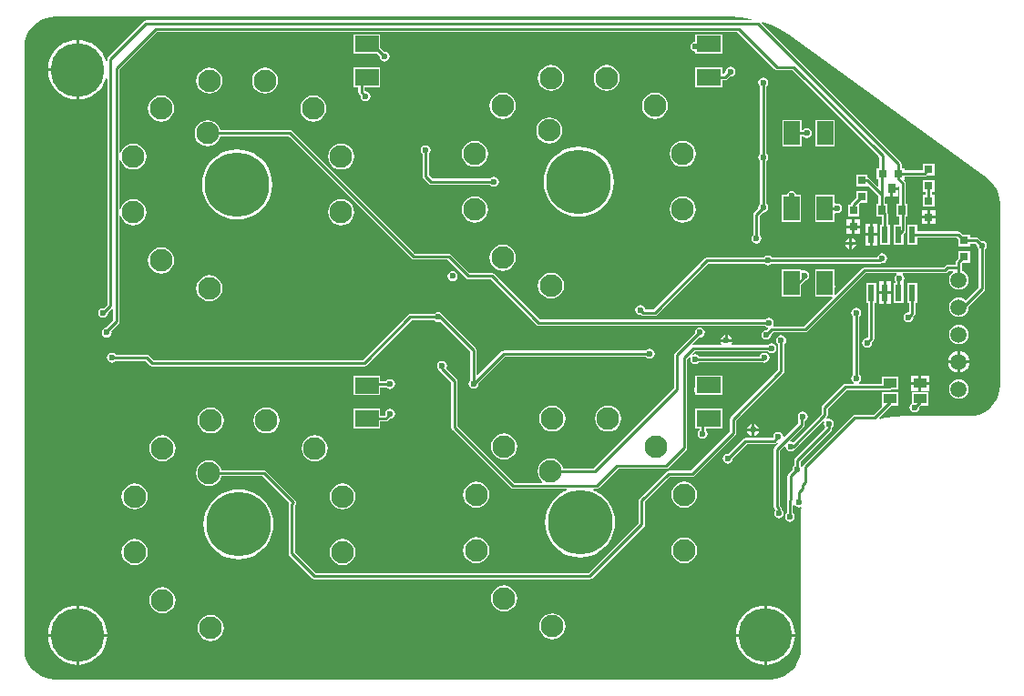
<source format=gtl>
G04*
G04 #@! TF.GenerationSoftware,Altium Limited,Altium Designer,19.0.14 (431)*
G04*
G04 Layer_Physical_Order=1*
G04 Layer_Color=255*
%FSLAX25Y25*%
%MOIN*%
G70*
G01*
G75*
%ADD11C,0.01000*%
%ADD26R,0.02362X0.06102*%
%ADD27R,0.02953X0.03150*%
%ADD28R,0.03150X0.02953*%
%ADD29R,0.02756X0.03543*%
%ADD30R,0.08661X0.05906*%
%ADD31R,0.05906X0.08661*%
%ADD32R,0.04724X0.03543*%
%ADD33C,0.23622*%
%ADD34C,0.08268*%
%ADD35C,0.05906*%
%ADD36C,0.02362*%
%ADD37C,0.19685*%
%ADD38C,0.02000*%
G36*
X109147Y114267D02*
X112907Y113709D01*
X113278Y113616D01*
X113217Y113120D01*
X-108416D01*
X-108844Y113035D01*
X-109208Y112792D01*
X-122198Y99802D01*
X-122441Y99438D01*
X-122526Y99010D01*
Y98377D01*
X-123026Y98318D01*
X-123050Y98417D01*
X-123703Y99993D01*
X-124595Y101449D01*
X-125703Y102746D01*
X-127001Y103855D01*
X-128456Y104747D01*
X-130033Y105400D01*
X-131692Y105798D01*
X-132894Y105893D01*
Y95056D01*
Y84219D01*
X-131692Y84314D01*
X-130033Y84712D01*
X-128456Y85365D01*
X-127001Y86257D01*
X-125703Y87365D01*
X-124595Y88663D01*
X-123703Y90118D01*
X-123050Y91695D01*
X-123026Y91794D01*
X-122526Y91735D01*
Y9035D01*
X-123834Y7728D01*
X-124026Y7766D01*
X-124720Y7628D01*
X-125309Y7235D01*
X-125702Y6646D01*
X-125840Y5952D01*
X-125702Y5257D01*
X-125309Y4669D01*
X-124720Y4276D01*
X-124026Y4138D01*
X-123331Y4276D01*
X-122743Y4669D01*
X-122350Y5257D01*
X-122211Y5952D01*
X-122250Y6144D01*
X-120861Y7533D01*
X-120361Y7326D01*
Y3222D01*
X-123087Y496D01*
X-123437Y426D01*
X-124026Y33D01*
X-124419Y-556D01*
X-124557Y-1250D01*
X-124419Y-1944D01*
X-124026Y-2533D01*
X-123437Y-2926D01*
X-122743Y-3064D01*
X-122048Y-2926D01*
X-121460Y-2533D01*
X-121067Y-1944D01*
X-120929Y-1250D01*
X-121051Y-635D01*
X-118449Y1966D01*
X-118206Y2330D01*
X-118121Y2758D01*
Y41485D01*
X-117640Y41575D01*
X-117163Y40424D01*
X-116404Y39435D01*
X-115416Y38677D01*
X-114265Y38200D01*
X-113029Y38037D01*
X-111794Y38200D01*
X-110642Y38677D01*
X-109654Y39435D01*
X-108895Y40424D01*
X-108419Y41575D01*
X-108256Y42810D01*
X-108419Y44046D01*
X-108895Y45197D01*
X-109654Y46185D01*
X-110643Y46944D01*
X-111794Y47421D01*
X-113029Y47584D01*
X-114265Y47421D01*
X-115416Y46944D01*
X-116404Y46185D01*
X-117163Y45197D01*
X-117640Y44046D01*
X-118121Y44136D01*
Y61865D01*
X-117639Y61954D01*
X-117163Y60803D01*
X-116404Y59815D01*
X-115415Y59056D01*
X-114264Y58579D01*
X-113029Y58416D01*
X-111793Y58579D01*
X-110642Y59056D01*
X-109654Y59815D01*
X-108895Y60803D01*
X-108418Y61954D01*
X-108256Y63190D01*
X-108418Y64425D01*
X-108895Y65576D01*
X-109654Y66565D01*
X-110642Y67324D01*
X-111793Y67800D01*
X-113029Y67963D01*
X-114264Y67800D01*
X-115415Y67324D01*
X-116404Y66565D01*
X-117163Y65576D01*
X-117639Y64425D01*
X-118121Y64515D01*
Y95047D01*
X-104288Y108880D01*
X108036D01*
X121708Y95208D01*
X122071Y94965D01*
X122500Y94880D01*
X128111D01*
X159975Y63016D01*
Y59075D01*
X158921D01*
Y54925D01*
X159690D01*
Y52594D01*
X159228Y52403D01*
X156386Y55245D01*
X156023Y55488D01*
X155595Y55573D01*
X155575D01*
Y56626D01*
X151425D01*
Y52280D01*
X155575D01*
Y52280D01*
X156006Y52458D01*
X159690Y48773D01*
Y45933D01*
X158783D01*
Y41193D01*
X160880D01*
Y38280D01*
X160221D01*
Y30980D01*
X163779D01*
Y38280D01*
X163120D01*
Y42310D01*
X163035Y42739D01*
X162792Y43102D01*
X162736Y43158D01*
Y45933D01*
X161930D01*
Y48245D01*
X162122Y48665D01*
X164000D01*
Y51437D01*
X164500D01*
Y51937D01*
X166878D01*
Y52286D01*
X167378Y52553D01*
X167380Y52552D01*
Y45933D01*
X166264D01*
Y41193D01*
X167380D01*
Y38280D01*
X165220D01*
Y30980D01*
X168780D01*
Y34826D01*
X169292Y35338D01*
X169535Y35701D01*
X169620Y36130D01*
Y41193D01*
X170217D01*
Y45933D01*
X169620D01*
Y53500D01*
X169535Y53929D01*
X169292Y54292D01*
X169023Y54561D01*
X169173Y54925D01*
X169173D01*
Y55880D01*
X176547D01*
X176976Y55965D01*
X177339Y56208D01*
X177411Y56279D01*
X180075D01*
Y60626D01*
X175925D01*
Y58120D01*
X169173D01*
Y59075D01*
X168120D01*
Y60500D01*
X168035Y60929D01*
X167792Y61292D01*
X116961Y112123D01*
X117235Y112556D01*
X120172Y111505D01*
X123608Y109880D01*
X126868Y107926D01*
X128104Y107009D01*
X128125Y107038D01*
X199521Y55114D01*
X199519Y55111D01*
X200846Y53978D01*
X201983Y52646D01*
X202898Y51153D01*
X203568Y49536D01*
X203977Y47833D01*
X204114Y46088D01*
X204117D01*
Y-20684D01*
X204114D01*
X203977Y-22429D01*
X203568Y-24132D01*
X202898Y-25749D01*
X201983Y-27242D01*
X200846Y-28574D01*
X199515Y-29711D01*
X198022Y-30625D01*
X196405Y-31295D01*
X194702Y-31704D01*
X192957Y-31841D01*
Y-31845D01*
X192957Y-31845D01*
X169335D01*
Y-31811D01*
X165597Y-31995D01*
X161895Y-32544D01*
X160118Y-32989D01*
X159872Y-32554D01*
X164501Y-27925D01*
X166783D01*
Y-23185D01*
X160862D01*
Y-27925D01*
X160862D01*
X161000Y-28258D01*
X157878Y-31380D01*
X151000D01*
X150571Y-31465D01*
X150208Y-31708D01*
X132208Y-49708D01*
X131965Y-50071D01*
X131921Y-50295D01*
X131436Y-50392D01*
X131301Y-50267D01*
X131236Y-50170D01*
X131088Y-50071D01*
X131073Y-50057D01*
Y-48511D01*
X142292Y-37292D01*
X142535Y-36929D01*
X142620Y-36500D01*
Y-35994D01*
X142783Y-35885D01*
X143176Y-35297D01*
X143314Y-34602D01*
X143176Y-33908D01*
X142783Y-33319D01*
X142194Y-32926D01*
X141500Y-32788D01*
X140880Y-32911D01*
X140709Y-32740D01*
X140585Y-32499D01*
X140792Y-32292D01*
X141035Y-31929D01*
X141120Y-31500D01*
Y-29121D01*
X147975Y-22266D01*
X163988D01*
X164235Y-22217D01*
X166783D01*
Y-17477D01*
X160862D01*
Y-20026D01*
X152571D01*
X152419Y-19526D01*
X152783Y-19283D01*
X153176Y-18694D01*
X153314Y-18000D01*
X153176Y-17306D01*
X152783Y-16717D01*
X152620Y-16608D01*
Y4608D01*
X152783Y4717D01*
X153176Y5306D01*
X153314Y6000D01*
X153176Y6694D01*
X152783Y7283D01*
X152194Y7676D01*
X151500Y7814D01*
X150806Y7676D01*
X150217Y7283D01*
X149824Y6694D01*
X149686Y6000D01*
X149824Y5306D01*
X150217Y4717D01*
X150380Y4608D01*
Y-16608D01*
X150217Y-16717D01*
X149824Y-17306D01*
X149686Y-18000D01*
X149824Y-18694D01*
X150217Y-19283D01*
X150581Y-19526D01*
X150429Y-20026D01*
X147511D01*
X147083Y-20111D01*
X146720Y-20354D01*
X139208Y-27866D01*
X138965Y-28229D01*
X138880Y-28657D01*
Y-31036D01*
X128433Y-41483D01*
X128194Y-41324D01*
X127588Y-41203D01*
X127441Y-40937D01*
X127385Y-40699D01*
X132292Y-35792D01*
X132535Y-35429D01*
X132620Y-35000D01*
Y-33691D01*
X132694Y-33676D01*
X133283Y-33283D01*
X133676Y-32694D01*
X133814Y-32000D01*
X133676Y-31306D01*
X133283Y-30717D01*
X132694Y-30324D01*
X132000Y-30186D01*
X131306Y-30324D01*
X130717Y-30717D01*
X130324Y-31306D01*
X130186Y-32000D01*
X130324Y-32694D01*
X130380Y-32779D01*
Y-34536D01*
X125301Y-39615D01*
X125063Y-39559D01*
X124797Y-39412D01*
X124676Y-38806D01*
X124283Y-38217D01*
X123694Y-37824D01*
X123000Y-37686D01*
X122306Y-37824D01*
X121717Y-38217D01*
X121324Y-38806D01*
X121186Y-39500D01*
X120794Y-39880D01*
X111000D01*
X110571Y-39965D01*
X110208Y-40208D01*
X104692Y-45724D01*
X104500Y-45686D01*
X103806Y-45824D01*
X103217Y-46217D01*
X102824Y-46806D01*
X102686Y-47500D01*
X102824Y-48194D01*
X103217Y-48783D01*
X103806Y-49176D01*
X104500Y-49314D01*
X105194Y-49176D01*
X105783Y-48783D01*
X106176Y-48194D01*
X106314Y-47500D01*
X106276Y-47308D01*
X111464Y-42120D01*
X121500D01*
X121929Y-42035D01*
X122292Y-41792D01*
X122500Y-41584D01*
X122630Y-41579D01*
X122802Y-41942D01*
X122799Y-42117D01*
X121708Y-43208D01*
X121465Y-43571D01*
X121380Y-44000D01*
Y-65177D01*
X121465Y-65606D01*
X121708Y-65969D01*
X121766Y-66027D01*
X121957Y-66264D01*
X121564Y-66853D01*
X121426Y-67547D01*
X121564Y-68242D01*
X121957Y-68830D01*
X122546Y-69223D01*
X123240Y-69362D01*
X123934Y-69223D01*
X124523Y-68830D01*
X124916Y-68242D01*
X125055Y-67547D01*
X124916Y-66853D01*
X124523Y-66264D01*
X124360Y-66155D01*
Y-65917D01*
X124275Y-65489D01*
X124032Y-65125D01*
X123620Y-64713D01*
Y-44464D01*
X125199Y-42885D01*
X125437Y-42941D01*
X125703Y-43088D01*
X125824Y-43694D01*
X126217Y-44283D01*
X126806Y-44676D01*
X127500Y-44814D01*
X128194Y-44676D01*
X128783Y-44283D01*
X128965Y-44010D01*
X129292Y-43792D01*
X139397Y-33687D01*
X139637Y-33812D01*
X139809Y-33982D01*
X139686Y-34602D01*
X139824Y-35297D01*
X140217Y-35885D01*
X140045Y-36371D01*
X129161Y-47255D01*
X128918Y-47619D01*
X128833Y-48047D01*
Y-50061D01*
X128670Y-50170D01*
X128277Y-50758D01*
X128138Y-51453D01*
X128177Y-51645D01*
X126708Y-53114D01*
X126465Y-53477D01*
X126380Y-53905D01*
Y-62070D01*
X126206Y-62331D01*
X126120Y-62760D01*
Y-67438D01*
X125957Y-67547D01*
X125564Y-68136D01*
X125426Y-68830D01*
X125564Y-69525D01*
X125957Y-70113D01*
X126546Y-70507D01*
X127240Y-70645D01*
X127935Y-70507D01*
X128523Y-70113D01*
X128916Y-69525D01*
X129054Y-68830D01*
X128916Y-68136D01*
X128523Y-67547D01*
X128360Y-67438D01*
Y-64612D01*
X128453Y-64539D01*
X129126Y-64647D01*
X129217Y-64783D01*
X129806Y-65176D01*
X130500Y-65314D01*
X131027Y-65210D01*
X131484Y-65539D01*
X131385Y-66207D01*
X131201Y-69945D01*
X131234D01*
Y-117189D01*
X131231D01*
X131094Y-118934D01*
X130685Y-120637D01*
X130015Y-122254D01*
X129100Y-123747D01*
X127963Y-125079D01*
X126632Y-126216D01*
X125139Y-127130D01*
X123521Y-127801D01*
X121819Y-128209D01*
X120074Y-128347D01*
Y-128350D01*
X120074Y-128350D01*
X-141689D01*
X-141689Y-128350D01*
Y-128347D01*
X-143434Y-128209D01*
X-145137Y-127801D01*
X-146754Y-127130D01*
X-148247Y-126216D01*
X-149579Y-125079D01*
X-150716Y-123747D01*
X-151630Y-122254D01*
X-152301Y-120637D01*
X-152709Y-118934D01*
X-152847Y-117189D01*
X-152850D01*
X-152850Y-117189D01*
Y103283D01*
X-152850Y103284D01*
X-152847D01*
X-152709Y105029D01*
X-152301Y106731D01*
X-151630Y108349D01*
X-150716Y109842D01*
X-149579Y111173D01*
X-148247Y112310D01*
X-146754Y113225D01*
X-145137Y113895D01*
X-143434Y114304D01*
X-141689Y114441D01*
Y114444D01*
X105351D01*
X105388Y114452D01*
X109147Y114267D01*
D02*
G37*
%LPC*%
G36*
X102404Y108009D02*
X92546D01*
Y105246D01*
X91900Y105118D01*
X91311Y104725D01*
X90918Y104136D01*
X90779Y103442D01*
X90918Y102747D01*
X91311Y102159D01*
X91900Y101765D01*
X92546Y101637D01*
Y100907D01*
X102404D01*
Y108009D01*
D02*
G37*
G36*
X-22637Y108030D02*
X-32495D01*
Y100928D01*
X-23701D01*
X-22842Y100069D01*
X-22880Y99877D01*
X-22742Y99182D01*
X-22349Y98594D01*
X-21760Y98201D01*
X-21066Y98062D01*
X-20371Y98201D01*
X-19783Y98594D01*
X-19389Y99182D01*
X-19251Y99877D01*
X-19389Y100571D01*
X-19783Y101160D01*
X-20371Y101553D01*
X-21066Y101691D01*
X-21258Y101653D01*
X-22637Y103031D01*
Y108030D01*
D02*
G37*
G36*
X-133894Y105893D02*
X-135095Y105798D01*
X-136755Y105400D01*
X-138331Y104747D01*
X-139787Y103855D01*
X-141084Y102746D01*
X-142193Y101449D01*
X-143084Y99993D01*
X-143737Y98417D01*
X-144136Y96757D01*
X-144230Y95556D01*
X-133894D01*
Y105893D01*
D02*
G37*
G36*
X105491Y96154D02*
X104797Y96016D01*
X104209Y95622D01*
X103815Y95034D01*
X103677Y94339D01*
X103715Y94147D01*
X102941Y93373D01*
X102404D01*
Y95804D01*
X92546D01*
Y88702D01*
X102404D01*
Y91133D01*
X103405D01*
X103834Y91218D01*
X104197Y91461D01*
X105299Y92563D01*
X105491Y92525D01*
X106186Y92663D01*
X106774Y93056D01*
X107168Y93645D01*
X107306Y94339D01*
X107168Y95034D01*
X106774Y95622D01*
X106186Y96016D01*
X105491Y96154D01*
D02*
G37*
G36*
X39810Y96802D02*
X38575Y96640D01*
X37424Y96163D01*
X36435Y95404D01*
X35677Y94416D01*
X35200Y93265D01*
X35037Y92029D01*
X35200Y90794D01*
X35677Y89642D01*
X36435Y88654D01*
X37424Y87895D01*
X38575Y87419D01*
X39810Y87256D01*
X41046Y87419D01*
X42197Y87895D01*
X43185Y88654D01*
X43944Y89642D01*
X44421Y90794D01*
X44584Y92029D01*
X44421Y93265D01*
X43944Y94416D01*
X43185Y95404D01*
X42197Y96163D01*
X41046Y96640D01*
X39810Y96802D01*
D02*
G37*
G36*
X60190Y96802D02*
X58954Y96639D01*
X57803Y96162D01*
X56815Y95404D01*
X56056Y94415D01*
X55579Y93264D01*
X55417Y92029D01*
X55579Y90793D01*
X56056Y89642D01*
X56815Y88654D01*
X57803Y87895D01*
X58954Y87418D01*
X60190Y87256D01*
X61425Y87418D01*
X62576Y87895D01*
X63565Y88654D01*
X64324Y89642D01*
X64800Y90793D01*
X64963Y92029D01*
X64800Y93264D01*
X64324Y94415D01*
X63565Y95404D01*
X62576Y96163D01*
X61425Y96639D01*
X60190Y96802D01*
D02*
G37*
G36*
X-85190Y95802D02*
X-86425Y95640D01*
X-87576Y95163D01*
X-88565Y94404D01*
X-89324Y93416D01*
X-89800Y92264D01*
X-89963Y91029D01*
X-89800Y89794D01*
X-89324Y88642D01*
X-88565Y87654D01*
X-87576Y86895D01*
X-86425Y86418D01*
X-85190Y86256D01*
X-83954Y86418D01*
X-82803Y86895D01*
X-81814Y87654D01*
X-81056Y88642D01*
X-80579Y89794D01*
X-80416Y91029D01*
X-80579Y92264D01*
X-81056Y93416D01*
X-81814Y94404D01*
X-82803Y95163D01*
X-83954Y95640D01*
X-85190Y95802D01*
D02*
G37*
G36*
X-64810Y95802D02*
X-66046Y95639D01*
X-67197Y95162D01*
X-68185Y94404D01*
X-68944Y93415D01*
X-69421Y92264D01*
X-69583Y91029D01*
X-69421Y89793D01*
X-68944Y88642D01*
X-68185Y87654D01*
X-67197Y86895D01*
X-66046Y86418D01*
X-64810Y86256D01*
X-63575Y86418D01*
X-62424Y86895D01*
X-61435Y87654D01*
X-60676Y88642D01*
X-60200Y89793D01*
X-60037Y91029D01*
X-60200Y92264D01*
X-60676Y93415D01*
X-61435Y94404D01*
X-62424Y95163D01*
X-63575Y95639D01*
X-64810Y95802D01*
D02*
G37*
G36*
X-133894Y94556D02*
X-144230D01*
X-144136Y93354D01*
X-143737Y91695D01*
X-143084Y90118D01*
X-142193Y88663D01*
X-141084Y87365D01*
X-139787Y86257D01*
X-138331Y85365D01*
X-136755Y84712D01*
X-135095Y84314D01*
X-133894Y84219D01*
Y94556D01*
D02*
G37*
G36*
X-22637Y95825D02*
X-32495D01*
Y88723D01*
X-30686D01*
Y86877D01*
X-30600Y86448D01*
X-30358Y86085D01*
X-29842Y85569D01*
X-29880Y85377D01*
X-29742Y84682D01*
X-29349Y84094D01*
X-28760Y83701D01*
X-28066Y83562D01*
X-27371Y83701D01*
X-26783Y84094D01*
X-26389Y84682D01*
X-26251Y85377D01*
X-26389Y86071D01*
X-26783Y86660D01*
X-27371Y87053D01*
X-28066Y87191D01*
X-28446Y87583D01*
Y88723D01*
X-22637D01*
Y95825D01*
D02*
G37*
G36*
X77839Y86613D02*
X76604Y86450D01*
X75452Y85973D01*
X74464Y85215D01*
X73705Y84226D01*
X73229Y83075D01*
X73066Y81839D01*
X73229Y80604D01*
X73705Y79453D01*
X74464Y78464D01*
X75452Y77706D01*
X76604Y77229D01*
X77839Y77066D01*
X79075Y77229D01*
X80226Y77706D01*
X81214Y78464D01*
X81973Y79453D01*
X82450Y80604D01*
X82612Y81839D01*
X82450Y83075D01*
X81973Y84226D01*
X81214Y85215D01*
X80226Y85973D01*
X79075Y86450D01*
X77839Y86613D01*
D02*
G37*
G36*
X22161Y86612D02*
X20925Y86450D01*
X19774Y85973D01*
X18786Y85214D01*
X18027Y84226D01*
X17550Y83074D01*
X17387Y81839D01*
X17550Y80604D01*
X18027Y79452D01*
X18786Y78464D01*
X19774Y77705D01*
X20925Y77228D01*
X22161Y77066D01*
X23396Y77228D01*
X24547Y77705D01*
X25536Y78464D01*
X26294Y79452D01*
X26771Y80604D01*
X26934Y81839D01*
X26771Y83074D01*
X26294Y84226D01*
X25536Y85214D01*
X24547Y85973D01*
X23396Y86450D01*
X22161Y86612D01*
D02*
G37*
G36*
X-47161Y85613D02*
X-48396Y85450D01*
X-49548Y84973D01*
X-50536Y84215D01*
X-51295Y83226D01*
X-51771Y82075D01*
X-51934Y80839D01*
X-51771Y79604D01*
X-51295Y78453D01*
X-50536Y77464D01*
X-49547Y76705D01*
X-48396Y76229D01*
X-47161Y76066D01*
X-45926Y76229D01*
X-44774Y76705D01*
X-43786Y77464D01*
X-43027Y78453D01*
X-42550Y79604D01*
X-42388Y80839D01*
X-42550Y82075D01*
X-43027Y83226D01*
X-43786Y84215D01*
X-44774Y84973D01*
X-45926Y85450D01*
X-47161Y85613D01*
D02*
G37*
G36*
X-102839Y85612D02*
X-104075Y85450D01*
X-105226Y84973D01*
X-106214Y84214D01*
X-106973Y83226D01*
X-107450Y82074D01*
X-107613Y80839D01*
X-107450Y79604D01*
X-106973Y78452D01*
X-106214Y77464D01*
X-105226Y76705D01*
X-104075Y76228D01*
X-102839Y76066D01*
X-101604Y76228D01*
X-100453Y76705D01*
X-99464Y77464D01*
X-98706Y78452D01*
X-98229Y79604D01*
X-98066Y80839D01*
X-98229Y82074D01*
X-98706Y83226D01*
X-99464Y84214D01*
X-100453Y84973D01*
X-101604Y85450D01*
X-102839Y85612D01*
D02*
G37*
G36*
X131512Y76697D02*
X124409D01*
Y66839D01*
X131512D01*
Y70685D01*
X132023D01*
X132131Y70522D01*
X132720Y70129D01*
X133414Y69991D01*
X134109Y70129D01*
X134697Y70522D01*
X135091Y71111D01*
X135229Y71805D01*
X135091Y72499D01*
X134697Y73088D01*
X134109Y73481D01*
X133414Y73619D01*
X132720Y73481D01*
X132131Y73088D01*
X132023Y72925D01*
X131512D01*
Y76697D01*
D02*
G37*
G36*
X39173Y77526D02*
X37938Y77364D01*
X36786Y76887D01*
X35798Y76128D01*
X35039Y75139D01*
X34562Y73988D01*
X34400Y72753D01*
X34562Y71517D01*
X35039Y70366D01*
X35798Y69378D01*
X36786Y68619D01*
X37938Y68142D01*
X39173Y67980D01*
X40408Y68142D01*
X41560Y68619D01*
X42548Y69378D01*
X43307Y70366D01*
X43784Y71517D01*
X43946Y72753D01*
X43784Y73988D01*
X43307Y75139D01*
X42548Y76128D01*
X41560Y76887D01*
X40408Y77364D01*
X39173Y77526D01*
D02*
G37*
G36*
X143717Y76697D02*
X136614D01*
Y66839D01*
X143717D01*
Y76697D01*
D02*
G37*
G36*
X11971Y68963D02*
X10736Y68800D01*
X9585Y68324D01*
X8596Y67565D01*
X7837Y66576D01*
X7361Y65425D01*
X7198Y64190D01*
X7361Y62954D01*
X7837Y61803D01*
X8596Y60815D01*
X9585Y60056D01*
X10736Y59579D01*
X11971Y59417D01*
X13207Y59579D01*
X14358Y60056D01*
X15346Y60815D01*
X16105Y61803D01*
X16582Y62954D01*
X16745Y64190D01*
X16582Y65425D01*
X16105Y66576D01*
X15346Y67565D01*
X14358Y68324D01*
X13207Y68800D01*
X11971Y68963D01*
D02*
G37*
G36*
X88029Y68963D02*
X86794Y68800D01*
X85642Y68323D01*
X84654Y67565D01*
X83895Y66576D01*
X83419Y65425D01*
X83256Y64190D01*
X83419Y62954D01*
X83895Y61803D01*
X84654Y60814D01*
X85642Y60056D01*
X86794Y59579D01*
X88029Y59416D01*
X89265Y59579D01*
X90416Y60056D01*
X91404Y60814D01*
X92163Y61803D01*
X92640Y62954D01*
X92802Y64190D01*
X92640Y65425D01*
X92163Y66576D01*
X91404Y67565D01*
X90416Y68323D01*
X89265Y68800D01*
X88029Y68963D01*
D02*
G37*
G36*
X-36971Y67963D02*
X-38206Y67800D01*
X-39358Y67323D01*
X-40346Y66565D01*
X-41105Y65576D01*
X-41581Y64425D01*
X-41744Y63190D01*
X-41581Y61954D01*
X-41105Y60803D01*
X-40346Y59815D01*
X-39358Y59056D01*
X-38206Y58579D01*
X-36971Y58416D01*
X-35735Y58579D01*
X-34584Y59056D01*
X-33596Y59815D01*
X-32837Y60803D01*
X-32360Y61954D01*
X-32198Y63190D01*
X-32360Y64425D01*
X-32837Y65576D01*
X-33596Y66565D01*
X-34584Y67323D01*
X-35735Y67800D01*
X-36971Y67963D01*
D02*
G37*
G36*
X-6000Y67314D02*
X-6694Y67176D01*
X-7283Y66783D01*
X-7676Y66194D01*
X-7814Y65500D01*
X-7676Y64806D01*
X-7283Y64217D01*
X-7120Y64108D01*
Y56000D01*
X-7035Y55571D01*
X-6792Y55208D01*
X-4792Y53208D01*
X-4429Y52965D01*
X-4000Y52880D01*
X17608D01*
X17717Y52717D01*
X18306Y52324D01*
X19000Y52186D01*
X19694Y52324D01*
X20283Y52717D01*
X20676Y53306D01*
X20814Y54000D01*
X20676Y54694D01*
X20283Y55283D01*
X19694Y55676D01*
X19000Y55814D01*
X18306Y55676D01*
X17717Y55283D01*
X17608Y55120D01*
X-3536D01*
X-4880Y56464D01*
Y64108D01*
X-4717Y64217D01*
X-4324Y64806D01*
X-4186Y65500D01*
X-4324Y66194D01*
X-4717Y66783D01*
X-5306Y67176D01*
X-6000Y67314D01*
D02*
G37*
G36*
X166878Y50937D02*
X165000D01*
Y48665D01*
X166878D01*
Y50937D01*
D02*
G37*
G36*
X155575Y50721D02*
X151425D01*
Y48056D01*
X149708Y46339D01*
X149465Y45976D01*
X149396Y45626D01*
X148425D01*
Y41280D01*
X152575D01*
Y45626D01*
X152575D01*
X152454Y45917D01*
X152911Y46374D01*
X155575D01*
Y50721D01*
D02*
G37*
G36*
X180075Y54720D02*
X175925D01*
Y50374D01*
X176880D01*
Y49126D01*
X175925D01*
Y44780D01*
X180075D01*
Y49126D01*
X179120D01*
Y50374D01*
X180075D01*
Y54720D01*
D02*
G37*
G36*
X117500Y92212D02*
X116806Y92074D01*
X116217Y91681D01*
X115824Y91092D01*
X115686Y90398D01*
X115824Y89703D01*
X116217Y89115D01*
X116380Y89006D01*
Y64297D01*
X116217Y64188D01*
X115824Y63600D01*
X115686Y62906D01*
X115824Y62211D01*
X116217Y61623D01*
X116380Y61514D01*
Y45892D01*
X116217Y45783D01*
X115824Y45194D01*
X115686Y44500D01*
X115724Y44308D01*
X114240Y42823D01*
X113997Y42460D01*
X113911Y42031D01*
Y34534D01*
X113749Y34425D01*
X113355Y33836D01*
X113217Y33142D01*
X113355Y32447D01*
X113749Y31859D01*
X114337Y31466D01*
X115032Y31327D01*
X115726Y31466D01*
X116314Y31859D01*
X116708Y32447D01*
X116846Y33142D01*
X116708Y33836D01*
X116314Y34425D01*
X116151Y34534D01*
Y41568D01*
X117308Y42724D01*
X117500Y42686D01*
X118194Y42824D01*
X118783Y43217D01*
X119176Y43806D01*
X119314Y44500D01*
X119176Y45194D01*
X118783Y45783D01*
X118620Y45892D01*
Y61514D01*
X118783Y61623D01*
X119176Y62211D01*
X119314Y62906D01*
X119176Y63600D01*
X118783Y64188D01*
X118620Y64297D01*
Y89006D01*
X118783Y89115D01*
X119176Y89703D01*
X119314Y90398D01*
X119176Y91092D01*
X118783Y91681D01*
X118194Y92074D01*
X117500Y92212D01*
D02*
G37*
G36*
X143566Y49175D02*
X136464D01*
Y39317D01*
X143566D01*
Y42184D01*
X144066Y42521D01*
X144515Y42432D01*
X145209Y42570D01*
X145798Y42963D01*
X146191Y43552D01*
X146329Y44246D01*
X146191Y44940D01*
X145798Y45529D01*
X145209Y45922D01*
X144515Y46060D01*
X144066Y45971D01*
X143566Y46308D01*
Y49175D01*
D02*
G37*
G36*
X180476Y43622D02*
X178500D01*
Y41547D01*
X180476D01*
Y43622D01*
D02*
G37*
G36*
X177500D02*
X175524D01*
Y41547D01*
X177500D01*
Y43622D01*
D02*
G37*
G36*
X50000Y66843D02*
X47991Y66685D01*
X46031Y66214D01*
X44170Y65443D01*
X42451Y64390D01*
X40919Y63081D01*
X39610Y61549D01*
X38557Y59830D01*
X37786Y57969D01*
X37315Y56009D01*
X37157Y54000D01*
X37315Y51991D01*
X37786Y50031D01*
X38557Y48169D01*
X39610Y46451D01*
X40919Y44919D01*
X42451Y43610D01*
X44170Y42557D01*
X46031Y41786D01*
X47991Y41315D01*
X50000Y41157D01*
X52009Y41315D01*
X53969Y41786D01*
X55831Y42557D01*
X57549Y43610D01*
X59081Y44919D01*
X60390Y46451D01*
X61443Y48169D01*
X62214Y50031D01*
X62685Y51991D01*
X62843Y54000D01*
X62685Y56009D01*
X62214Y57969D01*
X61443Y59830D01*
X60390Y61549D01*
X59081Y63081D01*
X57549Y64390D01*
X55831Y65443D01*
X53969Y66214D01*
X52009Y66685D01*
X50000Y66843D01*
D02*
G37*
G36*
X-75000Y65843D02*
X-77009Y65685D01*
X-78969Y65214D01*
X-80831Y64443D01*
X-82549Y63390D01*
X-84081Y62081D01*
X-85390Y60549D01*
X-86443Y58830D01*
X-87214Y56969D01*
X-87685Y55009D01*
X-87843Y53000D01*
X-87685Y50991D01*
X-87214Y49031D01*
X-86443Y47170D01*
X-85390Y45451D01*
X-84081Y43919D01*
X-82549Y42610D01*
X-80831Y41557D01*
X-78969Y40786D01*
X-77009Y40315D01*
X-75000Y40157D01*
X-72991Y40315D01*
X-71031Y40786D01*
X-69169Y41557D01*
X-67451Y42610D01*
X-65919Y43919D01*
X-64610Y45451D01*
X-63557Y47170D01*
X-62786Y49031D01*
X-62315Y50991D01*
X-62157Y53000D01*
X-62315Y55009D01*
X-62786Y56969D01*
X-63557Y58830D01*
X-64610Y60549D01*
X-65919Y62081D01*
X-67451Y63390D01*
X-69169Y64443D01*
X-71031Y65214D01*
X-72991Y65685D01*
X-75000Y65843D01*
D02*
G37*
G36*
X127961Y50587D02*
X127266Y50449D01*
X126678Y50056D01*
X126284Y49468D01*
X126226Y49175D01*
X124259D01*
Y39317D01*
X131361D01*
Y49175D01*
X129695D01*
X129637Y49468D01*
X129244Y50056D01*
X128655Y50449D01*
X127961Y50587D01*
D02*
G37*
G36*
X11971Y48584D02*
X10735Y48421D01*
X9584Y47944D01*
X8596Y47186D01*
X7837Y46197D01*
X7360Y45046D01*
X7198Y43810D01*
X7360Y42575D01*
X7837Y41424D01*
X8596Y40435D01*
X9584Y39676D01*
X10735Y39200D01*
X11971Y39037D01*
X13206Y39200D01*
X14358Y39676D01*
X15346Y40435D01*
X16105Y41424D01*
X16581Y42575D01*
X16744Y43810D01*
X16581Y45046D01*
X16105Y46197D01*
X15346Y47186D01*
X14358Y47944D01*
X13206Y48421D01*
X11971Y48584D01*
D02*
G37*
G36*
X88029Y48583D02*
X86793Y48421D01*
X85642Y47944D01*
X84654Y47185D01*
X83895Y46197D01*
X83418Y45046D01*
X83255Y43810D01*
X83418Y42575D01*
X83895Y41424D01*
X84654Y40435D01*
X85642Y39676D01*
X86793Y39200D01*
X88029Y39037D01*
X89264Y39200D01*
X90415Y39676D01*
X91404Y40435D01*
X92163Y41424D01*
X92639Y42575D01*
X92802Y43810D01*
X92639Y45046D01*
X92163Y46197D01*
X91404Y47185D01*
X90415Y47944D01*
X89264Y48421D01*
X88029Y48583D01*
D02*
G37*
G36*
X180476Y40547D02*
X178500D01*
Y38472D01*
X180476D01*
Y40547D01*
D02*
G37*
G36*
X177500D02*
X175524D01*
Y38472D01*
X177500D01*
Y40547D01*
D02*
G37*
G36*
X152976Y40122D02*
X151000D01*
Y38047D01*
X152976D01*
Y40122D01*
D02*
G37*
G36*
X150000D02*
X148024D01*
Y38047D01*
X150000D01*
Y40122D01*
D02*
G37*
G36*
X-36971Y47583D02*
X-38207Y47421D01*
X-39358Y46944D01*
X-40346Y46185D01*
X-41105Y45197D01*
X-41582Y44046D01*
X-41745Y42810D01*
X-41582Y41575D01*
X-41105Y40424D01*
X-40346Y39435D01*
X-39358Y38676D01*
X-38207Y38200D01*
X-36971Y38037D01*
X-35736Y38200D01*
X-34585Y38676D01*
X-33596Y39435D01*
X-32837Y40424D01*
X-32361Y41575D01*
X-32198Y42810D01*
X-32361Y44046D01*
X-32838Y45197D01*
X-33596Y46185D01*
X-34585Y46944D01*
X-35736Y47421D01*
X-36971Y47583D01*
D02*
G37*
G36*
X159181Y38681D02*
X157500D01*
Y35130D01*
X159181D01*
Y38681D01*
D02*
G37*
G36*
X156500D02*
X154819D01*
Y35130D01*
X156500D01*
Y38681D01*
D02*
G37*
G36*
X152976Y37047D02*
X151000D01*
Y34972D01*
X152976D01*
Y37047D01*
D02*
G37*
G36*
X150000D02*
X148024D01*
Y34972D01*
X150000D01*
Y37047D01*
D02*
G37*
G36*
Y33267D02*
Y31827D01*
X151440D01*
X151384Y32108D01*
X150942Y32769D01*
X150280Y33211D01*
X150000Y33267D01*
D02*
G37*
G36*
X149000D02*
X148720Y33211D01*
X148058Y32769D01*
X147616Y32108D01*
X147560Y31827D01*
X149000D01*
Y33267D01*
D02*
G37*
G36*
X159181Y34130D02*
X157500D01*
Y30579D01*
X159181D01*
Y34130D01*
D02*
G37*
G36*
X156500D02*
X154819D01*
Y30579D01*
X156500D01*
Y34130D01*
D02*
G37*
G36*
X151440Y30827D02*
X150000D01*
Y29388D01*
X150280Y29443D01*
X150942Y29885D01*
X151384Y30547D01*
X151440Y30827D01*
D02*
G37*
G36*
X149000D02*
X147560D01*
X147616Y30547D01*
X148058Y29885D01*
X148720Y29443D01*
X149000Y29388D01*
Y30827D01*
D02*
G37*
G36*
X161047Y27814D02*
X160353Y27676D01*
X159764Y27283D01*
X159371Y26694D01*
X159289Y26281D01*
X120568D01*
X120459Y26444D01*
X119871Y26837D01*
X119176Y26975D01*
X118482Y26837D01*
X117893Y26444D01*
X117784Y26281D01*
X97000D01*
X96571Y26195D01*
X96208Y25953D01*
X77375Y7120D01*
X74303D01*
X74176Y7757D01*
X73783Y8346D01*
X73194Y8739D01*
X72500Y8877D01*
X71806Y8739D01*
X71217Y8346D01*
X70824Y7757D01*
X70686Y7063D01*
X70824Y6369D01*
X71217Y5780D01*
X71806Y5387D01*
X72500Y5249D01*
X72692Y5287D01*
X72771Y5208D01*
X73134Y4965D01*
X73563Y4880D01*
X77839D01*
X78268Y4965D01*
X78631Y5208D01*
X97464Y24041D01*
X117784D01*
X117893Y23878D01*
X118482Y23484D01*
X119176Y23346D01*
X119871Y23484D01*
X120459Y23878D01*
X120568Y24041D01*
X160208D01*
X160636Y24126D01*
X160799Y24235D01*
X161047Y24186D01*
X161741Y24324D01*
X162330Y24717D01*
X162723Y25306D01*
X162862Y26000D01*
X162723Y26694D01*
X162330Y27283D01*
X161741Y27676D01*
X161047Y27814D01*
D02*
G37*
G36*
X22161Y30934D02*
X20925Y30771D01*
X19774Y30294D01*
X18786Y29536D01*
X18027Y28547D01*
X17550Y27396D01*
X17388Y26161D01*
X17550Y24925D01*
X18027Y23774D01*
X18786Y22785D01*
X19774Y22027D01*
X20925Y21550D01*
X22161Y21387D01*
X23396Y21550D01*
X24548Y22027D01*
X25536Y22785D01*
X26295Y23774D01*
X26772Y24925D01*
X26934Y26161D01*
X26772Y27396D01*
X26295Y28547D01*
X25536Y29536D01*
X24548Y30294D01*
X23396Y30771D01*
X22161Y30934D01*
D02*
G37*
G36*
X-102839Y29934D02*
X-104075Y29771D01*
X-105226Y29294D01*
X-106214Y28536D01*
X-106973Y27547D01*
X-107450Y26396D01*
X-107612Y25161D01*
X-107450Y23925D01*
X-106973Y22774D01*
X-106214Y21786D01*
X-105226Y21027D01*
X-104075Y20550D01*
X-102839Y20387D01*
X-101604Y20550D01*
X-100452Y21027D01*
X-99464Y21786D01*
X-98705Y22774D01*
X-98229Y23925D01*
X-98066Y25161D01*
X-98229Y26396D01*
X-98705Y27547D01*
X-99464Y28536D01*
X-100452Y29294D01*
X-101604Y29771D01*
X-102839Y29934D01*
D02*
G37*
G36*
X3839Y21231D02*
X3145Y21093D01*
X2556Y20700D01*
X2163Y20111D01*
X2025Y19417D01*
X2163Y18723D01*
X2556Y18134D01*
X3145Y17741D01*
X3839Y17603D01*
X4533Y17741D01*
X5122Y18134D01*
X5515Y18723D01*
X5654Y19417D01*
X5515Y20111D01*
X5122Y20700D01*
X4533Y21093D01*
X3839Y21231D01*
D02*
G37*
G36*
X-85827Y76526D02*
X-87062Y76363D01*
X-88214Y75887D01*
X-89202Y75128D01*
X-89961Y74139D01*
X-90438Y72988D01*
X-90600Y71753D01*
X-90438Y70517D01*
X-89961Y69366D01*
X-89202Y68378D01*
X-88214Y67619D01*
X-87062Y67142D01*
X-85827Y66980D01*
X-84592Y67142D01*
X-83440Y67619D01*
X-82452Y68378D01*
X-81693Y69366D01*
X-81216Y70517D01*
X-81201Y70633D01*
X-56092D01*
X-11214Y25755D01*
X-10851Y25512D01*
X-10423Y25427D01*
X1989D01*
X8791Y18625D01*
X9154Y18382D01*
X9583Y18297D01*
X17751D01*
X34482Y1566D01*
X34845Y1324D01*
X35274Y1238D01*
X118108D01*
X118217Y1075D01*
X118806Y682D01*
X119085Y626D01*
X119250Y84D01*
X118871Y-295D01*
X118679Y-257D01*
X117985Y-395D01*
X117396Y-788D01*
X117003Y-1377D01*
X116865Y-2071D01*
X117003Y-2765D01*
X117396Y-3354D01*
X117985Y-3747D01*
X118679Y-3885D01*
X119373Y-3747D01*
X119962Y-3354D01*
X120355Y-2765D01*
X120493Y-2071D01*
X120455Y-1879D01*
X121084Y-1250D01*
X132870D01*
X133299Y-1165D01*
X133662Y-922D01*
X155035Y20451D01*
X166195D01*
X166347Y19951D01*
X166095Y19783D01*
X165702Y19194D01*
X165564Y18500D01*
X165702Y17806D01*
X165880Y17539D01*
Y17020D01*
X165220D01*
Y9720D01*
X168780D01*
Y17020D01*
X168780Y17020D01*
X168780D01*
X168845Y17493D01*
X169054Y17806D01*
X169192Y18500D01*
X169054Y19194D01*
X168661Y19783D01*
X168409Y19951D01*
X168560Y20451D01*
X184000D01*
X184429Y20537D01*
X184792Y20779D01*
X185392Y21380D01*
X186750D01*
X186920Y20880D01*
X186467Y20533D01*
X185898Y19791D01*
X185540Y18927D01*
X185418Y18000D01*
X185540Y17073D01*
X185898Y16209D01*
X186467Y15467D01*
X187209Y14898D01*
X188073Y14540D01*
X189000Y14418D01*
X189927Y14540D01*
X190791Y14898D01*
X191533Y15467D01*
X192102Y16209D01*
X192460Y17073D01*
X192582Y18000D01*
X192460Y18927D01*
X192102Y19791D01*
X191533Y20533D01*
X190791Y21102D01*
X190120Y21380D01*
Y24083D01*
X190411Y24374D01*
X193075D01*
Y28721D01*
X188925D01*
Y26056D01*
X188208Y25339D01*
X187965Y24976D01*
X187880Y24547D01*
Y23620D01*
X184929D01*
X184500Y23535D01*
X184137Y23292D01*
X183536Y22691D01*
X154571D01*
X154143Y22606D01*
X153779Y22363D01*
X144022Y12606D01*
X143560Y12797D01*
Y14724D01*
X143593Y14773D01*
X143731Y15467D01*
X143593Y16162D01*
X143560Y16210D01*
Y21782D01*
X136458D01*
Y11924D01*
X142687D01*
X142878Y11462D01*
X132406Y990D01*
X121327D01*
X121060Y1490D01*
X121176Y1664D01*
X121314Y2358D01*
X121176Y3053D01*
X120783Y3641D01*
X120194Y4035D01*
X119500Y4173D01*
X118806Y4035D01*
X118217Y3641D01*
X118108Y3478D01*
X35738D01*
X19007Y20209D01*
X18644Y20452D01*
X18215Y20537D01*
X10047D01*
X3244Y27339D01*
X2881Y27582D01*
X2452Y27667D01*
X-9959D01*
X-54836Y72545D01*
X-55200Y72788D01*
X-55628Y72873D01*
X-81201D01*
X-81216Y72988D01*
X-81693Y74139D01*
X-82452Y75128D01*
X-83440Y75887D01*
X-84592Y76363D01*
X-85827Y76526D01*
D02*
G37*
G36*
X164181Y17421D02*
X162500D01*
Y13870D01*
X164181D01*
Y17421D01*
D02*
G37*
G36*
X161500D02*
X159819D01*
Y13870D01*
X161500D01*
Y17421D01*
D02*
G37*
G36*
X131356Y21782D02*
X124253D01*
Y11924D01*
X131356D01*
Y16356D01*
X133020Y18020D01*
X133136Y18043D01*
X133724Y18437D01*
X134117Y19025D01*
X134256Y19720D01*
X134117Y20414D01*
X133724Y21003D01*
X133136Y21396D01*
X132441Y21534D01*
X131856Y21418D01*
X131356Y21690D01*
Y21782D01*
D02*
G37*
G36*
X39810Y20744D02*
X38575Y20582D01*
X37424Y20105D01*
X36435Y19346D01*
X35676Y18358D01*
X35200Y17207D01*
X35037Y15971D01*
X35200Y14736D01*
X35676Y13585D01*
X36435Y12596D01*
X37424Y11837D01*
X38575Y11361D01*
X39810Y11198D01*
X41046Y11361D01*
X42197Y11837D01*
X43185Y12596D01*
X43944Y13585D01*
X44421Y14736D01*
X44583Y15971D01*
X44421Y17207D01*
X43944Y18358D01*
X43185Y19346D01*
X42197Y20105D01*
X41046Y20582D01*
X39810Y20744D01*
D02*
G37*
G36*
X173779Y38280D02*
X170220D01*
Y30980D01*
X173779D01*
Y33510D01*
X188359D01*
X188925Y32944D01*
Y30279D01*
X193075D01*
Y31333D01*
X195083D01*
X195724Y30692D01*
X195686Y30500D01*
X195824Y29806D01*
X196217Y29217D01*
X196380Y29108D01*
Y15287D01*
X191620Y10527D01*
X191533Y10533D01*
X190791Y11102D01*
X189927Y11460D01*
X189000Y11582D01*
X188073Y11460D01*
X187209Y11102D01*
X186467Y10533D01*
X185898Y9791D01*
X185540Y8927D01*
X185418Y8000D01*
X185540Y7073D01*
X185898Y6209D01*
X186467Y5467D01*
X187209Y4898D01*
X188073Y4540D01*
X189000Y4418D01*
X189927Y4540D01*
X190791Y4898D01*
X191533Y5467D01*
X192102Y6209D01*
X192460Y7073D01*
X192582Y8000D01*
X192544Y8283D01*
X198292Y14031D01*
X198535Y14394D01*
X198620Y14823D01*
Y29108D01*
X198783Y29217D01*
X199176Y29806D01*
X199314Y30500D01*
X199176Y31194D01*
X198783Y31783D01*
X198194Y32176D01*
X197500Y32314D01*
X197308Y32276D01*
X196339Y33245D01*
X195976Y33487D01*
X195547Y33573D01*
X193075D01*
Y34626D01*
X190411D01*
X189615Y35422D01*
X189251Y35665D01*
X188823Y35750D01*
X173779D01*
Y38280D01*
D02*
G37*
G36*
X-85190Y19745D02*
X-86425Y19582D01*
X-87576Y19105D01*
X-88565Y18346D01*
X-89324Y17358D01*
X-89800Y16207D01*
X-89963Y14971D01*
X-89800Y13736D01*
X-89324Y12585D01*
X-88565Y11596D01*
X-87576Y10837D01*
X-86425Y10361D01*
X-85190Y10198D01*
X-83954Y10361D01*
X-82803Y10837D01*
X-81815Y11596D01*
X-81056Y12585D01*
X-80579Y13736D01*
X-80417Y14971D01*
X-80579Y16207D01*
X-81056Y17358D01*
X-81815Y18346D01*
X-82803Y19105D01*
X-83954Y19582D01*
X-85190Y19745D01*
D02*
G37*
G36*
X164181Y12870D02*
X162500D01*
Y9319D01*
X164181D01*
Y12870D01*
D02*
G37*
G36*
X161500D02*
X159819D01*
Y9319D01*
X161500D01*
Y12870D01*
D02*
G37*
G36*
X173779Y17020D02*
X170220D01*
Y9720D01*
X170880D01*
Y6597D01*
X170610Y6141D01*
X169915Y6003D01*
X169327Y5610D01*
X168933Y5021D01*
X168795Y4327D01*
X168933Y3632D01*
X169327Y3044D01*
X169915Y2651D01*
X170610Y2512D01*
X171304Y2651D01*
X171893Y3044D01*
X172286Y3632D01*
X172424Y4327D01*
X172386Y4519D01*
X172792Y4925D01*
X173035Y5288D01*
X173120Y5717D01*
Y9720D01*
X173779D01*
Y17020D01*
D02*
G37*
G36*
X94250Y564D02*
X93556Y426D01*
X92967Y33D01*
X92574Y-556D01*
X92436Y-1250D01*
X92474Y-1442D01*
X85208Y-8708D01*
X84965Y-9071D01*
X84880Y-9500D01*
Y-21536D01*
X55450Y-50966D01*
X44299D01*
X44284Y-50851D01*
X43807Y-49700D01*
X43048Y-48711D01*
X42060Y-47952D01*
X40908Y-47475D01*
X39673Y-47313D01*
X38438Y-47475D01*
X37286Y-47952D01*
X36298Y-48711D01*
X35539Y-49700D01*
X35062Y-50851D01*
X34900Y-52086D01*
X35062Y-53321D01*
X35539Y-54473D01*
X36298Y-55461D01*
X36693Y-55765D01*
X36524Y-56265D01*
X26349D01*
X5620Y-35536D01*
Y-19000D01*
X5535Y-18571D01*
X5292Y-18208D01*
X1517Y-14433D01*
X1676Y-14194D01*
X1814Y-13500D01*
X1676Y-12806D01*
X1283Y-12217D01*
X694Y-11824D01*
X0Y-11686D01*
X-694Y-11824D01*
X-1283Y-12217D01*
X-1676Y-12806D01*
X-1814Y-13500D01*
X-1676Y-14194D01*
X-1283Y-14783D01*
X-1010Y-14965D01*
X-792Y-15292D01*
X3380Y-19464D01*
Y-36000D01*
X3465Y-36429D01*
X3708Y-36792D01*
X25093Y-58177D01*
X25456Y-58419D01*
X25885Y-58505D01*
X45515D01*
X45614Y-59005D01*
X44669Y-59396D01*
X42951Y-60449D01*
X41419Y-61758D01*
X40110Y-63290D01*
X39057Y-65008D01*
X38286Y-66870D01*
X37815Y-68830D01*
X37657Y-70839D01*
X37815Y-72848D01*
X38286Y-74808D01*
X39057Y-76670D01*
X40110Y-78388D01*
X41419Y-79920D01*
X42951Y-81229D01*
X44669Y-82282D01*
X46531Y-83053D01*
X48491Y-83524D01*
X50500Y-83682D01*
X52509Y-83524D01*
X54469Y-83053D01*
X56331Y-82282D01*
X58049Y-81229D01*
X59581Y-79920D01*
X60890Y-78388D01*
X61943Y-76670D01*
X62714Y-74808D01*
X63185Y-72848D01*
X63343Y-70839D01*
X63185Y-68830D01*
X62714Y-66870D01*
X61943Y-65008D01*
X60890Y-63290D01*
X59581Y-61758D01*
X58049Y-60449D01*
X56331Y-59396D01*
X55386Y-59005D01*
X55485Y-58505D01*
X56615D01*
X57044Y-58419D01*
X57407Y-58177D01*
X64464Y-51120D01*
X82000D01*
X82429Y-51035D01*
X82792Y-50792D01*
X89292Y-44292D01*
X89535Y-43929D01*
X89620Y-43500D01*
Y-10964D01*
X90553Y-10031D01*
X90941Y-10350D01*
X90925Y-10373D01*
X90787Y-11068D01*
X90925Y-11762D01*
X91319Y-12351D01*
X91907Y-12744D01*
X92602Y-12882D01*
X93296Y-12744D01*
X93884Y-12351D01*
X93994Y-12188D01*
X117364D01*
X118000Y-12314D01*
X118694Y-12176D01*
X119283Y-11783D01*
X119676Y-11194D01*
X119814Y-10500D01*
X119676Y-9806D01*
X119283Y-9217D01*
X118694Y-8824D01*
X118000Y-8686D01*
X117306Y-8824D01*
X116717Y-9217D01*
X116324Y-9806D01*
X116295Y-9948D01*
X93994D01*
X93884Y-9785D01*
X93296Y-9392D01*
X92602Y-9253D01*
X91907Y-9392D01*
X91883Y-9407D01*
X91565Y-9019D01*
X92464Y-8120D01*
X119108D01*
X119217Y-8283D01*
X119806Y-8676D01*
X120500Y-8814D01*
X121194Y-8676D01*
X121783Y-8283D01*
X122176Y-7694D01*
X122314Y-7000D01*
X122176Y-6306D01*
X121783Y-5717D01*
X121194Y-5324D01*
X120500Y-5186D01*
X119806Y-5324D01*
X119217Y-5717D01*
X119108Y-5880D01*
X106091D01*
X105824Y-5380D01*
X106017Y-5092D01*
X106086Y-4741D01*
X101838D01*
X101908Y-5092D01*
X102100Y-5380D01*
X101833Y-5880D01*
X92000D01*
X91889Y-5902D01*
X91642Y-5441D01*
X94058Y-3026D01*
X94250Y-3064D01*
X94944Y-2926D01*
X95533Y-2533D01*
X95926Y-1944D01*
X96064Y-1250D01*
X95926Y-556D01*
X95533Y33D01*
X94944Y426D01*
X94250Y564D01*
D02*
G37*
G36*
X104462Y-2116D02*
Y-3741D01*
X106086D01*
X106017Y-3390D01*
X105535Y-2668D01*
X104813Y-2186D01*
X104462Y-2116D01*
D02*
G37*
G36*
X103462D02*
X103111Y-2186D01*
X102390Y-2668D01*
X101908Y-3390D01*
X101838Y-3741D01*
X103462D01*
Y-2116D01*
D02*
G37*
G36*
X189000Y1582D02*
X188073Y1460D01*
X187209Y1102D01*
X186467Y533D01*
X185898Y-209D01*
X185540Y-1073D01*
X185418Y-2000D01*
X185540Y-2927D01*
X185898Y-3791D01*
X186467Y-4533D01*
X187209Y-5102D01*
X188073Y-5460D01*
X189000Y-5582D01*
X189927Y-5460D01*
X190791Y-5102D01*
X191533Y-4533D01*
X192102Y-3791D01*
X192460Y-2927D01*
X192582Y-2000D01*
X192460Y-1073D01*
X192102Y-209D01*
X191533Y533D01*
X190791Y1102D01*
X189927Y1460D01*
X189000Y1582D01*
D02*
G37*
G36*
X158780Y17020D02*
X155220D01*
Y9720D01*
X155880D01*
Y-2794D01*
X155500Y-3186D01*
X154806Y-3324D01*
X154217Y-3717D01*
X153824Y-4306D01*
X153686Y-5000D01*
X153824Y-5694D01*
X154217Y-6283D01*
X154806Y-6676D01*
X155500Y-6814D01*
X156194Y-6676D01*
X156783Y-6283D01*
X157176Y-5694D01*
X157314Y-5000D01*
X157276Y-4808D01*
X157792Y-4292D01*
X158035Y-3929D01*
X158120Y-3500D01*
Y9720D01*
X158780D01*
Y17020D01*
D02*
G37*
G36*
X-1500Y6231D02*
X-2194Y6093D01*
X-2783Y5700D01*
X-2892Y5537D01*
X-11643D01*
X-12071Y5452D01*
X-12434Y5209D01*
X-29023Y-11380D01*
X-105536D01*
X-107208Y-9708D01*
X-107571Y-9465D01*
X-108000Y-9380D01*
X-119419D01*
X-119528Y-9217D01*
X-120116Y-8824D01*
X-120811Y-8686D01*
X-121505Y-8824D01*
X-122094Y-9217D01*
X-122487Y-9806D01*
X-122625Y-10500D01*
X-122487Y-11194D01*
X-122094Y-11783D01*
X-121505Y-12176D01*
X-120811Y-12314D01*
X-120116Y-12176D01*
X-119528Y-11783D01*
X-119419Y-11620D01*
X-108464D01*
X-106792Y-13292D01*
X-106429Y-13535D01*
X-106000Y-13620D01*
X-28559D01*
X-28131Y-13535D01*
X-27768Y-13292D01*
X-11179Y3297D01*
X-2892D01*
X-2783Y3134D01*
X-2194Y2741D01*
X-1500Y2603D01*
X-806Y2741D01*
X-660Y2838D01*
X10380Y-8201D01*
Y-18608D01*
X10217Y-18717D01*
X9824Y-19306D01*
X9686Y-20000D01*
X9824Y-20694D01*
X10217Y-21283D01*
X10806Y-21676D01*
X11500Y-21814D01*
X12194Y-21676D01*
X12783Y-21283D01*
X13176Y-20694D01*
X13314Y-20000D01*
X13276Y-19808D01*
X22964Y-10120D01*
X74608D01*
X74717Y-10283D01*
X75306Y-10676D01*
X76000Y-10814D01*
X76694Y-10676D01*
X77283Y-10283D01*
X77676Y-9694D01*
X77814Y-9000D01*
X77676Y-8306D01*
X77283Y-7717D01*
X76694Y-7324D01*
X76000Y-7186D01*
X75306Y-7324D01*
X74717Y-7717D01*
X74608Y-7880D01*
X22500D01*
X22071Y-7965D01*
X21708Y-8208D01*
X13082Y-16834D01*
X12620Y-16643D01*
Y-7737D01*
X12535Y-7309D01*
X12292Y-6945D01*
X137Y5209D01*
X90Y5241D01*
X-217Y5700D01*
X-806Y6093D01*
X-1500Y6231D01*
D02*
G37*
G36*
X189500Y-8079D02*
Y-11500D01*
X192921D01*
X192851Y-10968D01*
X192453Y-10007D01*
X191819Y-9181D01*
X190993Y-8547D01*
X190032Y-8149D01*
X189500Y-8079D01*
D02*
G37*
G36*
X188500D02*
X187968Y-8149D01*
X187007Y-8547D01*
X186181Y-9181D01*
X185547Y-10007D01*
X185149Y-10968D01*
X185079Y-11500D01*
X188500D01*
Y-8079D01*
D02*
G37*
G36*
X192921Y-12500D02*
X189500D01*
Y-15921D01*
X190032Y-15851D01*
X190993Y-15453D01*
X191819Y-14819D01*
X192453Y-13993D01*
X192851Y-13032D01*
X192921Y-12500D01*
D02*
G37*
G36*
X188500D02*
X185079D01*
X185149Y-13032D01*
X185547Y-13993D01*
X186181Y-14819D01*
X187007Y-15453D01*
X187968Y-15851D01*
X188500Y-15921D01*
Y-12500D01*
D02*
G37*
G36*
X178209Y-17075D02*
X175347D01*
Y-19347D01*
X178209D01*
Y-17075D01*
D02*
G37*
G36*
X174347D02*
X171485D01*
Y-19347D01*
X174347D01*
Y-17075D01*
D02*
G37*
G36*
X-22632Y-17038D02*
X-32490D01*
Y-24141D01*
X-22632D01*
Y-21312D01*
X-20453D01*
X-20344Y-21475D01*
X-19755Y-21868D01*
X-19061Y-22006D01*
X-18367Y-21868D01*
X-17778Y-21475D01*
X-17385Y-20886D01*
X-17247Y-20192D01*
X-17385Y-19498D01*
X-17778Y-18909D01*
X-18367Y-18516D01*
X-19061Y-18378D01*
X-19755Y-18516D01*
X-20344Y-18909D01*
X-20453Y-19072D01*
X-22632D01*
Y-17038D01*
D02*
G37*
G36*
X178209Y-20347D02*
X175347D01*
Y-22618D01*
X178209D01*
Y-20347D01*
D02*
G37*
G36*
X174347D02*
X171485D01*
Y-22618D01*
X174347D01*
Y-20347D01*
D02*
G37*
G36*
X102455Y-17018D02*
X92597D01*
Y-20983D01*
X92381Y-21306D01*
X92243Y-22000D01*
X92381Y-22694D01*
X92597Y-23017D01*
Y-24121D01*
X102455D01*
Y-17018D01*
D02*
G37*
G36*
X189000Y-18418D02*
X188073Y-18540D01*
X187209Y-18898D01*
X186467Y-19467D01*
X185898Y-20209D01*
X185540Y-21073D01*
X185418Y-22000D01*
X185540Y-22927D01*
X185898Y-23791D01*
X186467Y-24533D01*
X187209Y-25102D01*
X188073Y-25460D01*
X189000Y-25582D01*
X189927Y-25460D01*
X190791Y-25102D01*
X191533Y-24533D01*
X192102Y-23791D01*
X192460Y-22927D01*
X192582Y-22000D01*
X192460Y-21073D01*
X192102Y-20209D01*
X191533Y-19467D01*
X190791Y-18898D01*
X189927Y-18540D01*
X189000Y-18418D01*
D02*
G37*
G36*
X177807Y-23185D02*
X171886D01*
Y-27194D01*
X171552Y-27418D01*
X171158Y-28006D01*
X171020Y-28701D01*
X171158Y-29395D01*
X171552Y-29984D01*
X172140Y-30377D01*
X172835Y-30515D01*
X173529Y-30377D01*
X174118Y-29984D01*
X174511Y-29395D01*
X174649Y-28701D01*
X174611Y-28508D01*
X175195Y-27925D01*
X177807D01*
Y-23185D01*
D02*
G37*
G36*
X-19061Y-29188D02*
X-19755Y-29326D01*
X-20344Y-29719D01*
X-20737Y-30307D01*
X-20875Y-31002D01*
X-20815Y-31304D01*
X-21146Y-31674D01*
X-22632D01*
Y-29243D01*
X-32490D01*
Y-36345D01*
X-22632D01*
Y-33914D01*
X-20663D01*
X-20235Y-33829D01*
X-19872Y-33586D01*
X-19095Y-32810D01*
X-19061Y-32816D01*
X-18367Y-32678D01*
X-17778Y-32285D01*
X-17385Y-31696D01*
X-17247Y-31002D01*
X-17385Y-30307D01*
X-17778Y-29719D01*
X-18367Y-29326D01*
X-19061Y-29188D01*
D02*
G37*
G36*
X114260Y-34771D02*
Y-36395D01*
X115884D01*
X115815Y-36044D01*
X115332Y-35322D01*
X114611Y-34840D01*
X114260Y-34771D01*
D02*
G37*
G36*
X113260D02*
X112909Y-34840D01*
X112188Y-35322D01*
X111706Y-36044D01*
X111636Y-36395D01*
X113260D01*
Y-34771D01*
D02*
G37*
G36*
X40310Y-28037D02*
X39075Y-28199D01*
X37924Y-28676D01*
X36935Y-29435D01*
X36176Y-30423D01*
X35700Y-31574D01*
X35537Y-32810D01*
X35700Y-34045D01*
X36176Y-35197D01*
X36935Y-36185D01*
X37924Y-36944D01*
X39075Y-37420D01*
X40310Y-37583D01*
X41546Y-37420D01*
X42697Y-36944D01*
X43685Y-36185D01*
X44444Y-35197D01*
X44921Y-34045D01*
X45084Y-32810D01*
X44921Y-31574D01*
X44444Y-30423D01*
X43685Y-29435D01*
X42697Y-28676D01*
X41546Y-28199D01*
X40310Y-28037D01*
D02*
G37*
G36*
X60690Y-28037D02*
X59454Y-28200D01*
X58303Y-28676D01*
X57315Y-29435D01*
X56556Y-30424D01*
X56079Y-31575D01*
X55917Y-32810D01*
X56079Y-34046D01*
X56556Y-35197D01*
X57315Y-36185D01*
X58303Y-36944D01*
X59454Y-37421D01*
X60690Y-37584D01*
X61925Y-37421D01*
X63076Y-36944D01*
X64065Y-36185D01*
X64824Y-35197D01*
X65300Y-34046D01*
X65463Y-32810D01*
X65300Y-31575D01*
X64824Y-30424D01*
X64065Y-29435D01*
X63076Y-28676D01*
X61925Y-28200D01*
X60690Y-28037D01*
D02*
G37*
G36*
X-84690Y-28698D02*
X-85925Y-28860D01*
X-87076Y-29337D01*
X-88065Y-30096D01*
X-88823Y-31084D01*
X-89300Y-32236D01*
X-89463Y-33471D01*
X-89300Y-34706D01*
X-88823Y-35858D01*
X-88065Y-36846D01*
X-87076Y-37605D01*
X-85925Y-38081D01*
X-84690Y-38244D01*
X-83454Y-38081D01*
X-82303Y-37605D01*
X-81314Y-36846D01*
X-80556Y-35857D01*
X-80079Y-34706D01*
X-79916Y-33471D01*
X-80079Y-32236D01*
X-80556Y-31084D01*
X-81314Y-30096D01*
X-82303Y-29337D01*
X-83454Y-28860D01*
X-84690Y-28698D01*
D02*
G37*
G36*
X-64310Y-28698D02*
X-65546Y-28861D01*
X-66697Y-29337D01*
X-67685Y-30096D01*
X-68444Y-31085D01*
X-68921Y-32236D01*
X-69083Y-33471D01*
X-68921Y-34707D01*
X-68444Y-35858D01*
X-67685Y-36846D01*
X-66697Y-37605D01*
X-65546Y-38082D01*
X-64310Y-38245D01*
X-63075Y-38082D01*
X-61924Y-37605D01*
X-60935Y-36846D01*
X-60176Y-35858D01*
X-59700Y-34707D01*
X-59537Y-33471D01*
X-59700Y-32236D01*
X-60176Y-31085D01*
X-60935Y-30096D01*
X-61924Y-29337D01*
X-63075Y-28861D01*
X-64310Y-28698D01*
D02*
G37*
G36*
X115884Y-37395D02*
X114260D01*
Y-39019D01*
X114611Y-38949D01*
X115332Y-38467D01*
X115815Y-37746D01*
X115884Y-37395D01*
D02*
G37*
G36*
X113260D02*
X111636D01*
X111706Y-37746D01*
X112188Y-38467D01*
X112909Y-38949D01*
X113260Y-39019D01*
Y-37395D01*
D02*
G37*
G36*
X102455Y-29223D02*
X92597D01*
Y-36326D01*
X94150D01*
Y-36918D01*
X93987Y-37027D01*
X93594Y-37615D01*
X93456Y-38310D01*
X93594Y-39004D01*
X93987Y-39593D01*
X94576Y-39986D01*
X95270Y-40124D01*
X95964Y-39986D01*
X96553Y-39593D01*
X96946Y-39004D01*
X97084Y-38310D01*
X96946Y-37615D01*
X96553Y-37027D01*
X96390Y-36918D01*
Y-36326D01*
X102455D01*
Y-29223D01*
D02*
G37*
G36*
X22661Y-38227D02*
X21425Y-38389D01*
X20274Y-38866D01*
X19286Y-39625D01*
X18527Y-40613D01*
X18050Y-41765D01*
X17887Y-43000D01*
X18050Y-44235D01*
X18527Y-45387D01*
X19286Y-46375D01*
X20274Y-47134D01*
X21425Y-47611D01*
X22661Y-47773D01*
X23896Y-47611D01*
X25047Y-47134D01*
X26036Y-46375D01*
X26794Y-45386D01*
X27271Y-44235D01*
X27434Y-43000D01*
X27271Y-41765D01*
X26794Y-40613D01*
X26036Y-39625D01*
X25047Y-38866D01*
X23896Y-38389D01*
X22661Y-38227D01*
D02*
G37*
G36*
X-46661Y-38887D02*
X-47896Y-39050D01*
X-49048Y-39527D01*
X-50036Y-40286D01*
X-50795Y-41274D01*
X-51271Y-42425D01*
X-51434Y-43661D01*
X-51271Y-44896D01*
X-50795Y-46047D01*
X-50036Y-47036D01*
X-49047Y-47794D01*
X-47896Y-48271D01*
X-46661Y-48434D01*
X-45426Y-48271D01*
X-44274Y-47794D01*
X-43286Y-47036D01*
X-42527Y-46047D01*
X-42050Y-44896D01*
X-41888Y-43661D01*
X-42050Y-42425D01*
X-42527Y-41274D01*
X-43286Y-40286D01*
X-44274Y-39527D01*
X-45426Y-39050D01*
X-46661Y-38887D01*
D02*
G37*
G36*
X-102339Y-38888D02*
X-103575Y-39050D01*
X-104726Y-39527D01*
X-105714Y-40286D01*
X-106473Y-41274D01*
X-106950Y-42426D01*
X-107113Y-43661D01*
X-106950Y-44896D01*
X-106473Y-46048D01*
X-105714Y-47036D01*
X-104726Y-47795D01*
X-103575Y-48272D01*
X-102339Y-48434D01*
X-101104Y-48272D01*
X-99953Y-47795D01*
X-98964Y-47036D01*
X-98206Y-46047D01*
X-97729Y-44896D01*
X-97566Y-43661D01*
X-97729Y-42426D01*
X-98206Y-41274D01*
X-98964Y-40286D01*
X-99953Y-39527D01*
X-101104Y-39050D01*
X-102339Y-38888D01*
D02*
G37*
G36*
X12471Y-55876D02*
X11236Y-56039D01*
X10085Y-56515D01*
X9096Y-57274D01*
X8337Y-58263D01*
X7861Y-59414D01*
X7698Y-60649D01*
X7861Y-61885D01*
X8337Y-63036D01*
X9096Y-64024D01*
X10085Y-64783D01*
X11236Y-65260D01*
X12471Y-65422D01*
X13707Y-65260D01*
X14858Y-64783D01*
X15846Y-64024D01*
X16605Y-63036D01*
X17082Y-61885D01*
X17244Y-60649D01*
X17082Y-59414D01*
X16605Y-58263D01*
X15846Y-57274D01*
X14858Y-56515D01*
X13707Y-56039D01*
X12471Y-55876D01*
D02*
G37*
G36*
X88529Y-55876D02*
X87294Y-56039D01*
X86142Y-56516D01*
X85154Y-57274D01*
X84395Y-58263D01*
X83918Y-59414D01*
X83756Y-60649D01*
X83918Y-61885D01*
X84395Y-63036D01*
X85154Y-64025D01*
X86142Y-64783D01*
X87294Y-65260D01*
X88529Y-65423D01*
X89764Y-65260D01*
X90916Y-64783D01*
X91904Y-64025D01*
X92663Y-63036D01*
X93140Y-61885D01*
X93302Y-60649D01*
X93140Y-59414D01*
X92663Y-58263D01*
X91904Y-57274D01*
X90916Y-56516D01*
X89764Y-56039D01*
X88529Y-55876D01*
D02*
G37*
G36*
X-112529Y-56537D02*
X-113764Y-56700D01*
X-114915Y-57176D01*
X-115904Y-57935D01*
X-116663Y-58924D01*
X-117139Y-60075D01*
X-117302Y-61310D01*
X-117139Y-62546D01*
X-116663Y-63697D01*
X-115904Y-64685D01*
X-114915Y-65444D01*
X-113764Y-65921D01*
X-112529Y-66084D01*
X-111293Y-65921D01*
X-110142Y-65444D01*
X-109154Y-64685D01*
X-108395Y-63697D01*
X-107918Y-62546D01*
X-107755Y-61310D01*
X-107918Y-60075D01*
X-108395Y-58924D01*
X-109154Y-57935D01*
X-110142Y-57176D01*
X-111293Y-56700D01*
X-112529Y-56537D01*
D02*
G37*
G36*
X-36471Y-56537D02*
X-37706Y-56700D01*
X-38858Y-57177D01*
X-39846Y-57935D01*
X-40605Y-58924D01*
X-41082Y-60075D01*
X-41244Y-61310D01*
X-41082Y-62546D01*
X-40605Y-63697D01*
X-39846Y-64685D01*
X-38857Y-65444D01*
X-37706Y-65921D01*
X-36471Y-66084D01*
X-35236Y-65921D01*
X-34084Y-65444D01*
X-33096Y-64685D01*
X-32337Y-63697D01*
X-31860Y-62546D01*
X-31698Y-61310D01*
X-31860Y-60075D01*
X-32337Y-58924D01*
X-33096Y-57935D01*
X-34084Y-57177D01*
X-35236Y-56700D01*
X-36471Y-56537D01*
D02*
G37*
G36*
X-74500Y-58657D02*
X-76509Y-58815D01*
X-78469Y-59286D01*
X-80330Y-60057D01*
X-82049Y-61110D01*
X-83581Y-62419D01*
X-84890Y-63951D01*
X-85943Y-65670D01*
X-86714Y-67531D01*
X-87185Y-69491D01*
X-87343Y-71500D01*
X-87185Y-73509D01*
X-86714Y-75469D01*
X-85943Y-77330D01*
X-84890Y-79049D01*
X-83581Y-80581D01*
X-82049Y-81890D01*
X-80330Y-82943D01*
X-78469Y-83714D01*
X-76509Y-84185D01*
X-74500Y-84343D01*
X-72491Y-84185D01*
X-70531Y-83714D01*
X-68669Y-82943D01*
X-66951Y-81890D01*
X-65419Y-80581D01*
X-64110Y-79049D01*
X-63057Y-77330D01*
X-62286Y-75469D01*
X-61815Y-73509D01*
X-61657Y-71500D01*
X-61815Y-69491D01*
X-62286Y-67531D01*
X-63057Y-65670D01*
X-64110Y-63951D01*
X-65419Y-62419D01*
X-66951Y-61110D01*
X-68669Y-60057D01*
X-70531Y-59286D01*
X-72491Y-58815D01*
X-74500Y-58657D01*
D02*
G37*
G36*
X12471Y-76255D02*
X11236Y-76418D01*
X10084Y-76895D01*
X9096Y-77653D01*
X8337Y-78642D01*
X7860Y-79793D01*
X7698Y-81029D01*
X7860Y-82264D01*
X8337Y-83415D01*
X9096Y-84404D01*
X10084Y-85163D01*
X11236Y-85639D01*
X12471Y-85802D01*
X13706Y-85639D01*
X14858Y-85163D01*
X15846Y-84404D01*
X16605Y-83415D01*
X17082Y-82264D01*
X17244Y-81029D01*
X17082Y-79793D01*
X16605Y-78642D01*
X15846Y-77653D01*
X14858Y-76895D01*
X13706Y-76418D01*
X12471Y-76255D01*
D02*
G37*
G36*
X88529Y-76256D02*
X87293Y-76418D01*
X86142Y-76895D01*
X85154Y-77654D01*
X84395Y-78642D01*
X83918Y-79793D01*
X83755Y-81029D01*
X83918Y-82264D01*
X84395Y-83415D01*
X85154Y-84404D01*
X86142Y-85163D01*
X87293Y-85639D01*
X88529Y-85802D01*
X89764Y-85639D01*
X90915Y-85163D01*
X91904Y-84404D01*
X92663Y-83415D01*
X93139Y-82264D01*
X93302Y-81029D01*
X93139Y-79793D01*
X92663Y-78642D01*
X91904Y-77654D01*
X90915Y-76895D01*
X89764Y-76418D01*
X88529Y-76256D01*
D02*
G37*
G36*
X-112529Y-76916D02*
X-113765Y-77079D01*
X-114916Y-77556D01*
X-115904Y-78315D01*
X-116663Y-79303D01*
X-117140Y-80454D01*
X-117302Y-81690D01*
X-117140Y-82925D01*
X-116663Y-84076D01*
X-115904Y-85065D01*
X-114916Y-85824D01*
X-113765Y-86300D01*
X-112529Y-86463D01*
X-111294Y-86300D01*
X-110142Y-85824D01*
X-109154Y-85065D01*
X-108395Y-84076D01*
X-107919Y-82925D01*
X-107756Y-81690D01*
X-107919Y-80454D01*
X-108395Y-79303D01*
X-109154Y-78315D01*
X-110143Y-77556D01*
X-111294Y-77079D01*
X-112529Y-76916D01*
D02*
G37*
G36*
X-36471Y-76916D02*
X-37707Y-77079D01*
X-38858Y-77556D01*
X-39846Y-78315D01*
X-40605Y-79303D01*
X-41082Y-80454D01*
X-41245Y-81690D01*
X-41082Y-82925D01*
X-40605Y-84076D01*
X-39846Y-85065D01*
X-38858Y-85824D01*
X-37707Y-86300D01*
X-36471Y-86463D01*
X-35236Y-86300D01*
X-34085Y-85824D01*
X-33096Y-85065D01*
X-32337Y-84076D01*
X-31861Y-82925D01*
X-31698Y-81690D01*
X-31861Y-80454D01*
X-32337Y-79303D01*
X-33096Y-78315D01*
X-34085Y-77556D01*
X-35236Y-77079D01*
X-36471Y-76916D01*
D02*
G37*
G36*
X124047Y-2186D02*
X123353Y-2324D01*
X122764Y-2717D01*
X122371Y-3306D01*
X122233Y-4000D01*
X122371Y-4694D01*
X122764Y-5283D01*
X122927Y-5392D01*
Y-14989D01*
X105708Y-32208D01*
X105465Y-32571D01*
X105380Y-33000D01*
Y-37568D01*
X91036Y-51912D01*
X82873D01*
X82445Y-51997D01*
X82082Y-52240D01*
X72240Y-62082D01*
X71997Y-62445D01*
X71912Y-62874D01*
Y-71036D01*
X53550Y-89398D01*
X-46197D01*
X-53841Y-81754D01*
Y-64420D01*
X-53713Y-64292D01*
X-53713Y-64292D01*
X-53470Y-63929D01*
X-53385Y-63500D01*
X-53470Y-63071D01*
X-53713Y-62708D01*
X-53713Y-62708D01*
X-64466Y-51955D01*
X-64829Y-51712D01*
X-65258Y-51627D01*
X-80701D01*
X-80716Y-51512D01*
X-81193Y-50361D01*
X-81952Y-49372D01*
X-82940Y-48613D01*
X-84092Y-48136D01*
X-85327Y-47974D01*
X-86562Y-48136D01*
X-87714Y-48613D01*
X-88702Y-49372D01*
X-89461Y-50361D01*
X-89938Y-51512D01*
X-90100Y-52747D01*
X-89938Y-53983D01*
X-89461Y-55134D01*
X-88702Y-56122D01*
X-87714Y-56881D01*
X-86562Y-57358D01*
X-85327Y-57520D01*
X-84092Y-57358D01*
X-82940Y-56881D01*
X-81952Y-56122D01*
X-81193Y-55134D01*
X-80716Y-53983D01*
X-80701Y-53867D01*
X-65721D01*
X-56007Y-63582D01*
X-56081Y-63956D01*
Y-82218D01*
X-55996Y-82646D01*
X-55753Y-83009D01*
X-47453Y-91310D01*
X-47089Y-91553D01*
X-46661Y-91638D01*
X54014D01*
X54443Y-91553D01*
X54806Y-91310D01*
X73824Y-72292D01*
X74067Y-71929D01*
X74152Y-71500D01*
Y-63337D01*
X83337Y-54152D01*
X91500D01*
X91929Y-54067D01*
X92292Y-53824D01*
X107292Y-38824D01*
X107535Y-38461D01*
X107620Y-38032D01*
Y-33464D01*
X124839Y-16245D01*
X125082Y-15881D01*
X125167Y-15453D01*
Y-5392D01*
X125330Y-5283D01*
X125724Y-4694D01*
X125862Y-4000D01*
X125724Y-3306D01*
X125330Y-2717D01*
X124742Y-2324D01*
X124047Y-2186D01*
D02*
G37*
G36*
X22661Y-93905D02*
X21426Y-94068D01*
X20274Y-94545D01*
X19286Y-95303D01*
X18527Y-96292D01*
X18050Y-97443D01*
X17888Y-98678D01*
X18050Y-99914D01*
X18527Y-101065D01*
X19286Y-102053D01*
X20274Y-102812D01*
X21426Y-103289D01*
X22661Y-103452D01*
X23896Y-103289D01*
X25048Y-102812D01*
X26036Y-102053D01*
X26795Y-101065D01*
X27272Y-99914D01*
X27434Y-98678D01*
X27272Y-97443D01*
X26795Y-96292D01*
X26036Y-95303D01*
X25048Y-94545D01*
X23896Y-94068D01*
X22661Y-93905D01*
D02*
G37*
G36*
X-102339Y-94566D02*
X-103575Y-94729D01*
X-104726Y-95205D01*
X-105714Y-95964D01*
X-106473Y-96953D01*
X-106950Y-98104D01*
X-107112Y-99339D01*
X-106950Y-100575D01*
X-106473Y-101726D01*
X-105714Y-102715D01*
X-104726Y-103473D01*
X-103575Y-103950D01*
X-102339Y-104113D01*
X-101104Y-103950D01*
X-99952Y-103473D01*
X-98964Y-102715D01*
X-98205Y-101726D01*
X-97729Y-100575D01*
X-97566Y-99339D01*
X-97729Y-98104D01*
X-98205Y-96953D01*
X-98964Y-95964D01*
X-99953Y-95205D01*
X-101104Y-94729D01*
X-102339Y-94566D01*
D02*
G37*
G36*
X-132894Y-101280D02*
Y-111617D01*
X-122557D01*
X-122652Y-110415D01*
X-123050Y-108756D01*
X-123703Y-107179D01*
X-124595Y-105724D01*
X-125703Y-104426D01*
X-127001Y-103318D01*
X-128456Y-102426D01*
X-130033Y-101773D01*
X-131692Y-101375D01*
X-132894Y-101280D01*
D02*
G37*
G36*
X-133894D02*
X-135095Y-101375D01*
X-136755Y-101773D01*
X-138331Y-102426D01*
X-139787Y-103318D01*
X-141084Y-104426D01*
X-142193Y-105724D01*
X-143084Y-107179D01*
X-143737Y-108756D01*
X-144136Y-110415D01*
X-144230Y-111617D01*
X-133894D01*
Y-101280D01*
D02*
G37*
G36*
X118791Y-101281D02*
Y-111618D01*
X129128D01*
X129034Y-110417D01*
X128635Y-108757D01*
X127982Y-107181D01*
X127090Y-105725D01*
X125982Y-104428D01*
X124684Y-103319D01*
X123229Y-102427D01*
X121652Y-101774D01*
X119993Y-101376D01*
X118791Y-101281D01*
D02*
G37*
G36*
X117791D02*
X116590Y-101376D01*
X114931Y-101774D01*
X113354Y-102427D01*
X111899Y-103319D01*
X110601Y-104428D01*
X109493Y-105725D01*
X108601Y-107181D01*
X107948Y-108757D01*
X107549Y-110417D01*
X107455Y-111618D01*
X117791D01*
Y-101281D01*
D02*
G37*
G36*
X40310Y-104095D02*
X39075Y-104257D01*
X37924Y-104734D01*
X36935Y-105493D01*
X36176Y-106481D01*
X35700Y-107632D01*
X35537Y-108868D01*
X35700Y-110103D01*
X36176Y-111254D01*
X36935Y-112243D01*
X37924Y-113002D01*
X39075Y-113478D01*
X40310Y-113641D01*
X41546Y-113478D01*
X42697Y-113002D01*
X43685Y-112243D01*
X44444Y-111254D01*
X44921Y-110103D01*
X45083Y-108868D01*
X44921Y-107632D01*
X44444Y-106481D01*
X43685Y-105493D01*
X42697Y-104734D01*
X41546Y-104257D01*
X40310Y-104095D01*
D02*
G37*
G36*
X-84690Y-104755D02*
X-85925Y-104918D01*
X-87076Y-105395D01*
X-88065Y-106154D01*
X-88824Y-107142D01*
X-89300Y-108293D01*
X-89463Y-109529D01*
X-89300Y-110764D01*
X-88824Y-111915D01*
X-88065Y-112904D01*
X-87076Y-113663D01*
X-85925Y-114139D01*
X-84690Y-114302D01*
X-83454Y-114139D01*
X-82303Y-113663D01*
X-81315Y-112904D01*
X-80556Y-111915D01*
X-80079Y-110764D01*
X-79917Y-109529D01*
X-80079Y-108293D01*
X-80556Y-107142D01*
X-81315Y-106154D01*
X-82303Y-105395D01*
X-83454Y-104918D01*
X-84690Y-104755D01*
D02*
G37*
G36*
X-122557Y-112617D02*
X-132894D01*
Y-122953D01*
X-131692Y-122859D01*
X-130033Y-122461D01*
X-128456Y-121808D01*
X-127001Y-120916D01*
X-125703Y-119807D01*
X-124595Y-118510D01*
X-123703Y-117054D01*
X-123050Y-115478D01*
X-122652Y-113818D01*
X-122557Y-112617D01*
D02*
G37*
G36*
X-133894D02*
X-144230D01*
X-144136Y-113818D01*
X-143737Y-115478D01*
X-143084Y-117054D01*
X-142193Y-118510D01*
X-141084Y-119807D01*
X-139787Y-120916D01*
X-138331Y-121808D01*
X-136755Y-122461D01*
X-135095Y-122859D01*
X-133894Y-122953D01*
Y-112617D01*
D02*
G37*
G36*
X129128Y-112618D02*
X118791D01*
Y-122955D01*
X119993Y-122860D01*
X121652Y-122462D01*
X123229Y-121809D01*
X124684Y-120917D01*
X125982Y-119809D01*
X127090Y-118511D01*
X127982Y-117056D01*
X128635Y-115479D01*
X129034Y-113820D01*
X129128Y-112618D01*
D02*
G37*
G36*
X117791D02*
X107455D01*
X107549Y-113820D01*
X107948Y-115479D01*
X108601Y-117056D01*
X109493Y-118511D01*
X110601Y-119809D01*
X111899Y-120917D01*
X113354Y-121809D01*
X114931Y-122462D01*
X116590Y-122860D01*
X117791Y-122955D01*
Y-112618D01*
D02*
G37*
%LPD*%
D11*
X94058Y-22000D02*
X95214D01*
X96644Y-20570D01*
X-20663Y-32794D02*
X-18871Y-31002D01*
X-29566Y86877D02*
Y92274D01*
X127961Y47300D02*
Y48773D01*
X140597Y15467D02*
X141917D01*
X140496Y15366D02*
X140597Y15467D01*
X130269Y16853D02*
X133135Y19720D01*
X127804Y16853D02*
X130269D01*
X132441Y19720D02*
X133135D01*
X138684Y72240D02*
Y73316D01*
X140496Y15366D02*
X140509Y15353D01*
X-27566Y104479D02*
X-25668D01*
X-29566D02*
X-27566D01*
X168500Y36130D02*
Y53500D01*
X160810Y43500D02*
Y49237D01*
X124047Y-15453D02*
Y-4000D01*
X106500Y-33000D02*
X124047Y-15453D01*
X106500Y-38032D02*
Y-33000D01*
X96459Y103442D02*
X97475Y104458D01*
X92594Y103442D02*
X96459D01*
X103405Y92253D02*
X105491Y94339D01*
X97475Y92253D02*
X103405D01*
X189000Y8000D02*
X190677D01*
X197500Y14823D01*
Y30500D01*
X117432Y-11068D02*
X118000Y-10500D01*
X92602Y-11068D02*
X117432D01*
X-119241Y95511D02*
X-104752Y110000D01*
X-119241Y2758D02*
Y95511D01*
X-122743Y-744D02*
X-119241Y2758D01*
X-121406Y99010D02*
X-108416Y112000D01*
X-121406Y8572D02*
Y99010D01*
X-124026Y5952D02*
X-121406Y8572D01*
X-108416Y112000D02*
X115500D01*
X-104752Y110000D02*
X108500D01*
X130430Y71805D02*
X133414D01*
X130214Y72021D02*
X130430Y71805D01*
X-1500Y4417D02*
X-654D01*
X2452Y26547D02*
X9583Y19417D01*
X-10423Y26547D02*
X2452D01*
X9583Y19417D02*
X18215D01*
X95270Y-38310D02*
Y-34148D01*
X96644Y-32774D01*
X-11643Y4417D02*
X-1500D01*
X-28559Y-12500D02*
X-11643Y4417D01*
X-106000Y-12500D02*
X-28559D01*
X11500Y-20000D02*
Y-7737D01*
X-654Y4417D02*
X11500Y-7737D01*
X56615Y-57385D02*
X64000Y-50000D01*
X25885Y-57385D02*
X56615D01*
X4500Y-36000D02*
X25885Y-57385D01*
X91500Y-53032D02*
X106500Y-38032D01*
X54014Y-90518D02*
X73032Y-71500D01*
Y-62874D01*
X82873Y-53032D01*
X91500D01*
X-65258Y-52747D02*
X-54505Y-63500D01*
X-54961Y-63956D02*
X-54505Y-63500D01*
X-54961Y-82218D02*
Y-63956D01*
Y-82218D02*
X-46661Y-90518D01*
X54014D01*
X-85327Y-52747D02*
X-65258D01*
X-27163Y-20192D02*
X-19061D01*
X-27561Y-20590D02*
X-27163Y-20192D01*
X22500Y-9000D02*
X76000D01*
X72500Y7063D02*
X73563Y6000D01*
X77839D01*
X-55628Y71753D02*
X-10423Y26547D01*
X18215Y19417D02*
X35274Y2358D01*
X119500D01*
X-85827Y71753D02*
X-55628D01*
X127240Y-68830D02*
Y-62760D01*
X97000Y25161D02*
X119176D01*
X77839Y6000D02*
X97000Y25161D01*
X119176D02*
X160208D01*
X161047Y26000D01*
X132870Y-130D02*
X154571Y21571D01*
X120620Y-130D02*
X132870D01*
X118679Y-2071D02*
X120620Y-130D01*
X-120811Y-10500D02*
X-108000D01*
X-106000Y-12500D01*
X-122743Y-1250D02*
Y-744D01*
X167000Y57000D02*
Y60500D01*
X115500Y112000D02*
X167000Y60500D01*
X161094Y57000D02*
Y63480D01*
X128575Y96000D02*
X161094Y63480D01*
X122500Y96000D02*
X128575D01*
X130500Y-59880D02*
X132000Y-58380D01*
Y-57000D01*
X133000Y-56000D01*
Y-50500D01*
X130500Y-63500D02*
Y-59880D01*
X151500Y-18000D02*
Y6000D01*
X-19061Y-31002D02*
X-18871D01*
X0Y-14500D02*
Y-13500D01*
Y-14500D02*
X4500Y-19000D01*
X147511Y-21146D02*
X163988D01*
X140000Y-28657D02*
X147511Y-21146D01*
X140000Y-31500D02*
Y-28657D01*
X167000Y18122D02*
X167378Y18500D01*
X167000Y13370D02*
Y18122D01*
X154571Y21571D02*
X184000D01*
X189000Y22500D02*
Y24547D01*
Y18000D02*
Y22500D01*
X184000Y21571D02*
X184929Y22500D01*
X189000D01*
Y24547D02*
X191000Y26547D01*
X108500Y110000D02*
X122500Y96000D01*
X92594Y103442D02*
X92831Y103205D01*
X11500Y-20000D02*
X22500Y-9000D01*
X117500Y62906D02*
Y90398D01*
Y44500D02*
Y62906D01*
X115032Y42031D02*
X117500Y44500D01*
X115032Y33142D02*
Y42031D01*
X141617Y44246D02*
X144515D01*
X129961Y71768D02*
X130214Y72021D01*
X188823Y34630D02*
X191000Y32453D01*
X172000Y34630D02*
X188823D01*
X191000Y32453D02*
X195547D01*
X197500Y30500D01*
X127500Y-53905D02*
X129953Y-51453D01*
X127500Y-62500D02*
Y-53905D01*
X127240Y-62760D02*
X127500Y-62500D01*
X141500Y-36500D02*
Y-34602D01*
X129953Y-48047D02*
X141500Y-36500D01*
X129953Y-51453D02*
Y-48047D01*
X128500Y-43000D02*
X140000Y-31500D01*
X127500Y-43000D02*
X128500D01*
X131500Y-35000D02*
Y-32500D01*
X122500Y-44000D02*
X131500Y-35000D01*
X122500Y-65177D02*
Y-44000D01*
X123240Y-67547D02*
Y-65917D01*
X122500Y-65177D02*
X123240Y-65917D01*
X121500Y-41000D02*
X123000Y-39500D01*
X111000Y-41000D02*
X121500D01*
X104500Y-47500D02*
X111000Y-41000D01*
X-29566Y86877D02*
X-28066Y85377D01*
X-25668Y104479D02*
X-21066Y99877D01*
X-6000Y56000D02*
Y65500D01*
Y56000D02*
X-4000Y54000D01*
X19000D01*
X-27561Y-32794D02*
X-20663D01*
X4500Y-36000D02*
Y-19000D01*
X64000Y-50000D02*
X82000D01*
X88500Y-43500D01*
Y-10500D01*
X92000Y-7000D01*
X120500D01*
X86000Y-9500D02*
X94250Y-1250D01*
X86000Y-22000D02*
Y-9500D01*
X55914Y-52086D02*
X86000Y-22000D01*
X39673Y-52086D02*
X55914D01*
X158342Y-32500D02*
X163988Y-26854D01*
X151000Y-32500D02*
X158342D01*
X133000Y-50500D02*
X151000Y-32500D01*
X174847Y-26689D02*
Y-25555D01*
X172835Y-28701D02*
X174847Y-26689D01*
X150500Y45547D02*
X153500Y48547D01*
X150500Y43453D02*
Y45547D01*
X160810Y49237D02*
Y56716D01*
X153500Y54453D02*
X155595D01*
X160810Y49237D01*
X178000Y46953D02*
Y52547D01*
X176547Y57000D02*
X178000Y58453D01*
X167000Y57000D02*
X176547D01*
X167000Y34630D02*
X168500Y36130D01*
X167000Y55000D02*
X168500Y53500D01*
X167000Y55000D02*
Y57000D01*
X160810Y43500D02*
X162000Y42310D01*
X160810Y56716D02*
X161094Y57000D01*
X162000Y34630D02*
Y42310D01*
X155500Y-5000D02*
X157000Y-3500D01*
Y13370D01*
X170610Y4327D02*
X172000Y5717D01*
Y13370D01*
X131500Y-32500D02*
X132000Y-32000D01*
D26*
X157000Y13370D02*
D03*
X162000D02*
D03*
X167000D02*
D03*
X172000D02*
D03*
Y34630D02*
D03*
X167000D02*
D03*
X162000D02*
D03*
X157000D02*
D03*
D27*
X191000Y26547D02*
D03*
Y32453D02*
D03*
X153500Y54453D02*
D03*
Y48547D02*
D03*
X178000Y58453D02*
D03*
Y52547D02*
D03*
X150500Y43453D02*
D03*
Y37547D02*
D03*
X178000Y46953D02*
D03*
Y41047D02*
D03*
D28*
X167000Y57000D02*
D03*
X161094D02*
D03*
D29*
X160760Y43563D02*
D03*
X168240D02*
D03*
X164500Y51437D02*
D03*
D30*
X97526Y-20570D02*
D03*
Y-32774D02*
D03*
X97475Y92253D02*
D03*
Y104458D02*
D03*
X-27561Y-32794D02*
D03*
Y-20590D02*
D03*
X-27566Y92274D02*
D03*
Y104479D02*
D03*
D31*
X127804Y16853D02*
D03*
X140009D02*
D03*
X127961Y71768D02*
D03*
X140165D02*
D03*
X127810Y44246D02*
D03*
X140015D02*
D03*
D32*
X163823Y-25555D02*
D03*
Y-19847D02*
D03*
X174847D02*
D03*
Y-25555D02*
D03*
D33*
X50500Y-70839D02*
D03*
X50000Y54000D02*
D03*
X-75000Y53000D02*
D03*
X-74500Y-71500D02*
D03*
D34*
X-85190Y14971D02*
D03*
X-102839Y25161D02*
D03*
X-113029Y42810D02*
D03*
X-113029Y63190D02*
D03*
X-102839Y80839D02*
D03*
X-85190Y91029D02*
D03*
X-64810Y91029D02*
D03*
X-47161Y80839D02*
D03*
X-36971Y63190D02*
D03*
X-36971Y42810D02*
D03*
X-85827Y71753D02*
D03*
X40310Y-108868D02*
D03*
X22661Y-98678D02*
D03*
X12471Y-81029D02*
D03*
X12471Y-60649D02*
D03*
X22661Y-43000D02*
D03*
X40310Y-32810D02*
D03*
X60690Y-32810D02*
D03*
X78339Y-43000D02*
D03*
X88529Y-60649D02*
D03*
X88529Y-81029D02*
D03*
X39673Y-52086D02*
D03*
X-85327Y-52747D02*
D03*
X-36471Y-81690D02*
D03*
X-36471Y-61310D02*
D03*
X-46661Y-43661D02*
D03*
X-64310Y-33471D02*
D03*
X-84690Y-33471D02*
D03*
X-102339Y-43661D02*
D03*
X-112529Y-61310D02*
D03*
X-112529Y-81690D02*
D03*
X-102339Y-99339D02*
D03*
X-84690Y-109529D02*
D03*
X39173Y72753D02*
D03*
X88029Y43810D02*
D03*
X88029Y64190D02*
D03*
X77839Y81839D02*
D03*
X60190Y92029D02*
D03*
X39810Y92029D02*
D03*
X22161Y81839D02*
D03*
X11971Y64190D02*
D03*
X11971Y43810D02*
D03*
X22161Y26161D02*
D03*
X39810Y15971D02*
D03*
D35*
X189000Y18000D02*
D03*
Y8000D02*
D03*
Y-2000D02*
D03*
Y-12000D02*
D03*
Y-22000D02*
D03*
D36*
X94058D02*
D03*
X127961Y48773D02*
D03*
X141917Y15467D02*
D03*
X132441Y19720D02*
D03*
X138684Y72240D02*
D03*
X113760Y-36895D02*
D03*
X103962Y-4241D02*
D03*
X92602Y-11068D02*
D03*
X133414Y71805D02*
D03*
X95270Y-38310D02*
D03*
X-19061Y-20192D02*
D03*
X76000Y-9000D02*
D03*
X72500Y7063D02*
D03*
X127240Y-68830D02*
D03*
X119176Y25161D02*
D03*
X118679Y-2071D02*
D03*
X-120811Y-10500D02*
D03*
X-122743Y-1250D02*
D03*
X-124026Y5952D02*
D03*
X119500Y2358D02*
D03*
X124047Y-4000D02*
D03*
X-19061Y-31002D02*
D03*
X0Y-13500D02*
D03*
X151500Y6000D02*
D03*
X167378Y18500D02*
D03*
X161047Y26000D02*
D03*
X92594Y103442D02*
D03*
X11500Y-20000D02*
D03*
X-1500Y4417D02*
D03*
X117500Y90398D02*
D03*
Y62906D02*
D03*
X115032Y33142D02*
D03*
X117500Y44500D02*
D03*
X3839Y19417D02*
D03*
X144515Y44246D02*
D03*
X197500Y30500D02*
D03*
X130500Y-63500D02*
D03*
X151500Y-18000D02*
D03*
X141500Y-34602D02*
D03*
X129953Y-51453D02*
D03*
X127500Y-43000D02*
D03*
X123240Y-67547D02*
D03*
X123000Y-39500D02*
D03*
X104500Y-47500D02*
D03*
X-28066Y85377D02*
D03*
X-21066Y99877D02*
D03*
X-6000Y65500D02*
D03*
X19000Y54000D02*
D03*
X118000Y-10500D02*
D03*
X120500Y-7000D02*
D03*
X94250Y-1250D02*
D03*
X105491Y94339D02*
D03*
X172835Y-28701D02*
D03*
X155500Y-5000D02*
D03*
X170610Y4327D02*
D03*
X132000Y-32000D02*
D03*
D37*
X118291Y-112118D02*
D03*
X-133394Y-112117D02*
D03*
X-133394Y95056D02*
D03*
D38*
X149500Y31327D02*
D03*
M02*

</source>
